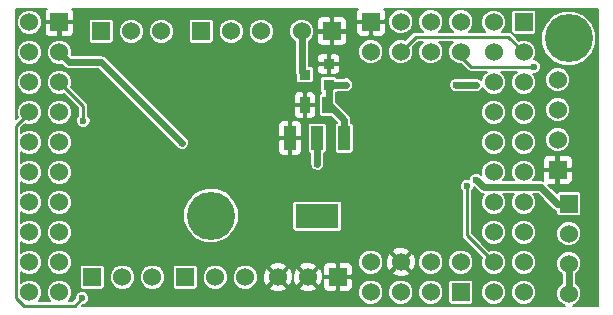
<source format=gbl>
G04 (created by PCBNEW (2013-may-18)-stable) date Вс 07 июн 2015 12:30:23*
%MOIN*%
G04 Gerber Fmt 3.4, Leading zero omitted, Abs format*
%FSLAX34Y34*%
G01*
G70*
G90*
G04 APERTURE LIST*
%ADD10C,0.00590551*%
%ADD11R,0.036X0.036*%
%ADD12R,0.144X0.08*%
%ADD13R,0.04X0.08*%
%ADD14R,0.035X0.055*%
%ADD15R,0.06X0.06*%
%ADD16C,0.06*%
%ADD17C,0.16*%
%ADD18C,0.023622*%
%ADD19C,0.023622*%
%ADD20C,0.01*%
%ADD21C,0.00787402*%
G04 APERTURE END LIST*
G54D10*
G54D11*
X35262Y-20842D03*
X35262Y-20142D03*
X34462Y-20492D03*
G54D12*
X34881Y-25217D03*
G54D13*
X34881Y-22617D03*
X35781Y-22617D03*
X33981Y-22617D03*
G54D14*
X35217Y-21515D03*
X34467Y-21515D03*
G54D15*
X39669Y-27744D03*
G54D16*
X39669Y-26744D03*
X38669Y-27744D03*
X38669Y-26744D03*
X37669Y-27744D03*
X37669Y-26744D03*
X36669Y-27744D03*
X36669Y-26744D03*
G54D15*
X36669Y-18732D03*
G54D16*
X36669Y-19732D03*
X37669Y-18732D03*
X37669Y-19732D03*
X38669Y-18732D03*
X38669Y-19732D03*
X39669Y-18732D03*
X39669Y-19732D03*
G54D15*
X43267Y-24799D03*
G54D16*
X43267Y-25799D03*
X43267Y-26799D03*
X43267Y-27799D03*
G54D15*
X42893Y-23665D03*
G54D16*
X42893Y-22665D03*
X42893Y-21665D03*
X42893Y-20665D03*
G54D15*
X31007Y-19055D03*
G54D16*
X32007Y-19055D03*
X33007Y-19055D03*
G54D15*
X35566Y-27244D03*
G54D16*
X34566Y-27244D03*
X33566Y-27244D03*
G54D15*
X27385Y-27244D03*
G54D16*
X28385Y-27244D03*
X29385Y-27244D03*
G54D15*
X27681Y-19055D03*
G54D16*
X28681Y-19055D03*
X29681Y-19055D03*
G54D15*
X30476Y-27244D03*
G54D16*
X31476Y-27244D03*
X32476Y-27244D03*
G54D15*
X35362Y-19055D03*
G54D16*
X34362Y-19055D03*
G54D15*
X41759Y-18751D03*
G54D16*
X40759Y-18751D03*
X41759Y-19751D03*
X40759Y-19751D03*
X41759Y-20751D03*
X40759Y-20751D03*
X41759Y-21751D03*
X40759Y-21751D03*
X41759Y-22751D03*
X40759Y-22751D03*
X41759Y-23751D03*
X40759Y-23751D03*
X41759Y-24751D03*
X40759Y-24751D03*
X41759Y-25751D03*
X40759Y-25751D03*
X41759Y-26751D03*
X40759Y-26751D03*
X41759Y-27751D03*
X40759Y-27751D03*
G54D15*
X26287Y-18751D03*
G54D16*
X25287Y-18751D03*
X26287Y-19751D03*
X25287Y-19751D03*
X26287Y-20751D03*
X25287Y-20751D03*
X26287Y-21751D03*
X25287Y-21751D03*
X26287Y-22751D03*
X25287Y-22751D03*
X26287Y-23751D03*
X25287Y-23751D03*
X26287Y-24751D03*
X25287Y-24751D03*
X26287Y-25751D03*
X25287Y-25751D03*
X26287Y-26751D03*
X25287Y-26751D03*
X26287Y-27751D03*
X25287Y-27751D03*
G54D17*
X43267Y-19291D03*
X31338Y-25196D03*
G54D18*
X34881Y-23464D03*
X30374Y-22775D03*
X33070Y-25748D03*
X38661Y-25511D03*
X37677Y-21732D03*
X38818Y-22362D03*
X36338Y-21496D03*
X29409Y-24488D03*
X27716Y-25472D03*
X26968Y-24330D03*
X27637Y-20905D03*
X28818Y-22401D03*
X30748Y-21141D03*
X30511Y-21771D03*
X27047Y-27952D03*
X42106Y-20226D03*
X39862Y-24212D03*
X27086Y-22027D03*
X39507Y-20846D03*
X40167Y-20846D03*
X40177Y-23996D03*
X35846Y-20826D03*
G54D19*
X34881Y-23464D02*
X34881Y-22617D01*
X26614Y-20078D02*
X26287Y-19751D01*
X27677Y-20078D02*
X26614Y-20078D01*
X30374Y-22775D02*
X27677Y-20078D01*
X37007Y-21732D02*
X37007Y-23858D01*
X37007Y-23858D02*
X38661Y-25511D01*
X37677Y-21732D02*
X37007Y-21732D01*
X37007Y-21732D02*
X36574Y-21732D01*
X36574Y-21732D02*
X36338Y-21496D01*
G54D20*
X25287Y-21751D02*
X25287Y-21759D01*
X26791Y-28208D02*
X27047Y-27952D01*
X25098Y-28208D02*
X26791Y-28208D01*
X24842Y-27952D02*
X25098Y-28208D01*
X24842Y-22204D02*
X24842Y-27952D01*
X25287Y-21759D02*
X24842Y-22204D01*
G54D19*
X34362Y-19055D02*
X34362Y-20392D01*
X34362Y-20392D02*
X34462Y-20492D01*
G54D20*
X39669Y-19905D02*
X39669Y-19732D01*
X39990Y-20226D02*
X39669Y-19905D01*
X40462Y-20226D02*
X39990Y-20226D01*
X42106Y-20226D02*
X40462Y-20226D01*
X40759Y-26751D02*
X40759Y-26744D01*
X39862Y-25846D02*
X39862Y-24212D01*
X40759Y-26744D02*
X39862Y-25846D01*
X37669Y-19732D02*
X38169Y-19232D01*
X41240Y-19232D02*
X41759Y-19751D01*
X38169Y-19232D02*
X41240Y-19232D01*
X26287Y-20751D02*
X26287Y-20755D01*
X27086Y-21555D02*
X27086Y-22027D01*
X26287Y-20755D02*
X27086Y-21555D01*
G54D19*
X43267Y-26799D02*
X43267Y-27799D01*
X43267Y-24799D02*
X42870Y-24799D01*
X40167Y-20846D02*
X39507Y-20846D01*
X40433Y-24251D02*
X40177Y-23996D01*
X42322Y-24251D02*
X40433Y-24251D01*
X42870Y-24799D02*
X42322Y-24251D01*
X35262Y-20842D02*
X35831Y-20842D01*
X35831Y-20842D02*
X35846Y-20826D01*
X35217Y-21515D02*
X35295Y-21515D01*
X35781Y-22002D02*
X35781Y-22617D01*
X35295Y-21515D02*
X35781Y-22002D01*
X35262Y-20842D02*
X35262Y-21471D01*
X35262Y-21471D02*
X35217Y-21515D01*
G54D10*
G36*
X44222Y-28198D02*
X44185Y-28198D01*
X44185Y-19109D01*
X44046Y-18771D01*
X43788Y-18513D01*
X43451Y-18373D01*
X43085Y-18373D01*
X42748Y-18512D01*
X42489Y-18770D01*
X42349Y-19107D01*
X42349Y-19473D01*
X42488Y-19810D01*
X42746Y-20069D01*
X43084Y-20209D01*
X43449Y-20209D01*
X43787Y-20070D01*
X44045Y-19812D01*
X44185Y-19474D01*
X44185Y-19109D01*
X44185Y-28198D01*
X43395Y-28198D01*
X43504Y-28153D01*
X43621Y-28036D01*
X43685Y-27882D01*
X43685Y-27716D01*
X43622Y-27562D01*
X43504Y-27444D01*
X43503Y-27444D01*
X43503Y-27154D01*
X43504Y-27153D01*
X43621Y-27036D01*
X43685Y-26882D01*
X43685Y-26716D01*
X43685Y-25716D01*
X43685Y-25716D01*
X43685Y-25075D01*
X43685Y-24475D01*
X43667Y-24432D01*
X43634Y-24399D01*
X43591Y-24381D01*
X43544Y-24381D01*
X43390Y-24381D01*
X43390Y-24004D01*
X43390Y-23326D01*
X43360Y-23253D01*
X43311Y-23205D01*
X43311Y-22582D01*
X43311Y-21582D01*
X43311Y-20582D01*
X43248Y-20428D01*
X43130Y-20311D01*
X42977Y-20247D01*
X42810Y-20247D01*
X42657Y-20310D01*
X42539Y-20428D01*
X42475Y-20581D01*
X42475Y-20748D01*
X42539Y-20901D01*
X42656Y-21019D01*
X42810Y-21083D01*
X42976Y-21083D01*
X43130Y-21020D01*
X43247Y-20902D01*
X43311Y-20748D01*
X43311Y-20582D01*
X43311Y-21582D01*
X43248Y-21428D01*
X43130Y-21311D01*
X42977Y-21247D01*
X42810Y-21247D01*
X42657Y-21310D01*
X42539Y-21428D01*
X42475Y-21581D01*
X42475Y-21748D01*
X42539Y-21901D01*
X42656Y-22019D01*
X42810Y-22083D01*
X42976Y-22083D01*
X43130Y-22020D01*
X43247Y-21902D01*
X43311Y-21748D01*
X43311Y-21582D01*
X43311Y-22582D01*
X43248Y-22428D01*
X43130Y-22311D01*
X42977Y-22247D01*
X42810Y-22247D01*
X42657Y-22310D01*
X42539Y-22428D01*
X42475Y-22581D01*
X42475Y-22748D01*
X42539Y-22901D01*
X42656Y-23019D01*
X42810Y-23083D01*
X42976Y-23083D01*
X43130Y-23020D01*
X43247Y-22902D01*
X43311Y-22748D01*
X43311Y-22582D01*
X43311Y-23205D01*
X43305Y-23198D01*
X43233Y-23168D01*
X43154Y-23168D01*
X42982Y-23168D01*
X42933Y-23217D01*
X42933Y-23625D01*
X43341Y-23625D01*
X43390Y-23576D01*
X43390Y-23326D01*
X43390Y-24004D01*
X43390Y-23753D01*
X43341Y-23704D01*
X42933Y-23704D01*
X42933Y-24112D01*
X42982Y-24162D01*
X43154Y-24162D01*
X43233Y-24162D01*
X43305Y-24132D01*
X43360Y-24076D01*
X43390Y-24004D01*
X43390Y-24381D01*
X42944Y-24381D01*
X42900Y-24399D01*
X42867Y-24432D01*
X42858Y-24453D01*
X42567Y-24162D01*
X42632Y-24162D01*
X42805Y-24162D01*
X42854Y-24112D01*
X42854Y-23704D01*
X42854Y-23625D01*
X42854Y-23217D01*
X42805Y-23168D01*
X42632Y-23168D01*
X42554Y-23168D01*
X42482Y-23198D01*
X42426Y-23253D01*
X42396Y-23326D01*
X42396Y-23576D01*
X42446Y-23625D01*
X42854Y-23625D01*
X42854Y-23704D01*
X42446Y-23704D01*
X42396Y-23753D01*
X42396Y-24004D01*
X42408Y-24032D01*
X42342Y-24019D01*
X42342Y-20179D01*
X42306Y-20092D01*
X42240Y-20026D01*
X42153Y-19990D01*
X42113Y-19990D01*
X42114Y-19989D01*
X42177Y-19835D01*
X42178Y-19669D01*
X42114Y-19515D01*
X41996Y-19397D01*
X41843Y-19333D01*
X41677Y-19333D01*
X41607Y-19362D01*
X41401Y-19155D01*
X41436Y-19170D01*
X41483Y-19170D01*
X42083Y-19170D01*
X42126Y-19152D01*
X42159Y-19118D01*
X42177Y-19075D01*
X42177Y-19028D01*
X42177Y-18428D01*
X42160Y-18385D01*
X42126Y-18351D01*
X42083Y-18333D01*
X42036Y-18333D01*
X41436Y-18333D01*
X41393Y-18351D01*
X41359Y-18384D01*
X41341Y-18428D01*
X41341Y-18475D01*
X41341Y-19075D01*
X41356Y-19111D01*
X41304Y-19076D01*
X41240Y-19064D01*
X41240Y-19064D01*
X41038Y-19064D01*
X41114Y-18989D01*
X41177Y-18835D01*
X41178Y-18669D01*
X41114Y-18515D01*
X40996Y-18397D01*
X40843Y-18333D01*
X40677Y-18333D01*
X40523Y-18397D01*
X40405Y-18514D01*
X40341Y-18668D01*
X40341Y-18834D01*
X40405Y-18988D01*
X40480Y-19064D01*
X39928Y-19064D01*
X40023Y-18969D01*
X40087Y-18815D01*
X40087Y-18649D01*
X40023Y-18495D01*
X39906Y-18378D01*
X39752Y-18314D01*
X39586Y-18314D01*
X39432Y-18377D01*
X39315Y-18495D01*
X39251Y-18648D01*
X39251Y-18815D01*
X39314Y-18968D01*
X39409Y-19064D01*
X38928Y-19064D01*
X39023Y-18969D01*
X39087Y-18815D01*
X39087Y-18649D01*
X39023Y-18495D01*
X38906Y-18378D01*
X38752Y-18314D01*
X38586Y-18314D01*
X38432Y-18377D01*
X38315Y-18495D01*
X38251Y-18648D01*
X38251Y-18815D01*
X38314Y-18968D01*
X38409Y-19064D01*
X38169Y-19064D01*
X38104Y-19076D01*
X38087Y-19088D01*
X38087Y-18649D01*
X38023Y-18495D01*
X37906Y-18378D01*
X37752Y-18314D01*
X37586Y-18314D01*
X37432Y-18377D01*
X37315Y-18495D01*
X37251Y-18648D01*
X37251Y-18815D01*
X37314Y-18968D01*
X37432Y-19086D01*
X37585Y-19150D01*
X37752Y-19150D01*
X37905Y-19086D01*
X38023Y-18969D01*
X38087Y-18815D01*
X38087Y-18649D01*
X38087Y-19088D01*
X38050Y-19113D01*
X38050Y-19113D01*
X37821Y-19342D01*
X37752Y-19314D01*
X37586Y-19314D01*
X37432Y-19377D01*
X37315Y-19495D01*
X37251Y-19648D01*
X37251Y-19815D01*
X37314Y-19968D01*
X37432Y-20086D01*
X37585Y-20150D01*
X37752Y-20150D01*
X37905Y-20086D01*
X38023Y-19969D01*
X38087Y-19815D01*
X38087Y-19649D01*
X38058Y-19580D01*
X38238Y-19400D01*
X38409Y-19400D01*
X38315Y-19495D01*
X38251Y-19648D01*
X38251Y-19815D01*
X38314Y-19968D01*
X38432Y-20086D01*
X38585Y-20150D01*
X38752Y-20150D01*
X38905Y-20086D01*
X39023Y-19969D01*
X39087Y-19815D01*
X39087Y-19649D01*
X39023Y-19495D01*
X38928Y-19400D01*
X39409Y-19400D01*
X39315Y-19495D01*
X39251Y-19648D01*
X39251Y-19815D01*
X39314Y-19968D01*
X39432Y-20086D01*
X39585Y-20150D01*
X39676Y-20150D01*
X39871Y-20345D01*
X39925Y-20381D01*
X39990Y-20394D01*
X39990Y-20394D01*
X39990Y-20394D01*
X40462Y-20394D01*
X40530Y-20394D01*
X40523Y-20397D01*
X40405Y-20514D01*
X40341Y-20668D01*
X40341Y-20686D01*
X40301Y-20646D01*
X40214Y-20610D01*
X40120Y-20610D01*
X40120Y-20610D01*
X39508Y-20610D01*
X39461Y-20610D01*
X39374Y-20646D01*
X39307Y-20712D01*
X39271Y-20799D01*
X39271Y-20893D01*
X39289Y-20936D01*
X39307Y-20980D01*
X39373Y-21046D01*
X39417Y-21064D01*
X39460Y-21082D01*
X39507Y-21082D01*
X39554Y-21082D01*
X39554Y-21082D01*
X40167Y-21082D01*
X40167Y-21082D01*
X40214Y-21082D01*
X40257Y-21064D01*
X40300Y-21046D01*
X40334Y-21013D01*
X40367Y-20980D01*
X40384Y-20938D01*
X40405Y-20988D01*
X40522Y-21106D01*
X40676Y-21170D01*
X40842Y-21170D01*
X40996Y-21106D01*
X41114Y-20989D01*
X41177Y-20835D01*
X41178Y-20669D01*
X41114Y-20515D01*
X40996Y-20397D01*
X40989Y-20394D01*
X41530Y-20394D01*
X41523Y-20397D01*
X41405Y-20514D01*
X41341Y-20668D01*
X41341Y-20834D01*
X41405Y-20988D01*
X41522Y-21106D01*
X41676Y-21170D01*
X41842Y-21170D01*
X41996Y-21106D01*
X42114Y-20989D01*
X42177Y-20835D01*
X42178Y-20669D01*
X42114Y-20515D01*
X42061Y-20462D01*
X42153Y-20462D01*
X42239Y-20426D01*
X42306Y-20360D01*
X42342Y-20273D01*
X42342Y-20179D01*
X42342Y-24019D01*
X42322Y-24015D01*
X42087Y-24015D01*
X42114Y-23989D01*
X42177Y-23835D01*
X42178Y-23669D01*
X42178Y-22669D01*
X42178Y-21669D01*
X42114Y-21515D01*
X41996Y-21397D01*
X41843Y-21333D01*
X41677Y-21333D01*
X41523Y-21397D01*
X41405Y-21514D01*
X41341Y-21668D01*
X41341Y-21834D01*
X41405Y-21988D01*
X41522Y-22106D01*
X41676Y-22170D01*
X41842Y-22170D01*
X41996Y-22106D01*
X42114Y-21989D01*
X42177Y-21835D01*
X42178Y-21669D01*
X42178Y-22669D01*
X42114Y-22515D01*
X41996Y-22397D01*
X41843Y-22333D01*
X41677Y-22333D01*
X41523Y-22397D01*
X41405Y-22514D01*
X41341Y-22668D01*
X41341Y-22834D01*
X41405Y-22988D01*
X41522Y-23106D01*
X41676Y-23170D01*
X41842Y-23170D01*
X41996Y-23106D01*
X42114Y-22989D01*
X42177Y-22835D01*
X42178Y-22669D01*
X42178Y-23669D01*
X42114Y-23515D01*
X41996Y-23397D01*
X41843Y-23333D01*
X41677Y-23333D01*
X41523Y-23397D01*
X41405Y-23514D01*
X41341Y-23668D01*
X41341Y-23834D01*
X41405Y-23988D01*
X41432Y-24015D01*
X41087Y-24015D01*
X41114Y-23989D01*
X41177Y-23835D01*
X41178Y-23669D01*
X41178Y-22669D01*
X41178Y-21669D01*
X41114Y-21515D01*
X40996Y-21397D01*
X40843Y-21333D01*
X40677Y-21333D01*
X40523Y-21397D01*
X40405Y-21514D01*
X40341Y-21668D01*
X40341Y-21834D01*
X40405Y-21988D01*
X40522Y-22106D01*
X40676Y-22170D01*
X40842Y-22170D01*
X40996Y-22106D01*
X41114Y-21989D01*
X41177Y-21835D01*
X41178Y-21669D01*
X41178Y-22669D01*
X41114Y-22515D01*
X40996Y-22397D01*
X40843Y-22333D01*
X40677Y-22333D01*
X40523Y-22397D01*
X40405Y-22514D01*
X40341Y-22668D01*
X40341Y-22834D01*
X40405Y-22988D01*
X40522Y-23106D01*
X40676Y-23170D01*
X40842Y-23170D01*
X40996Y-23106D01*
X41114Y-22989D01*
X41177Y-22835D01*
X41178Y-22669D01*
X41178Y-23669D01*
X41114Y-23515D01*
X40996Y-23397D01*
X40843Y-23333D01*
X40677Y-23333D01*
X40523Y-23397D01*
X40405Y-23514D01*
X40341Y-23668D01*
X40341Y-23826D01*
X40311Y-23795D01*
X40224Y-23759D01*
X40130Y-23759D01*
X40043Y-23795D01*
X39977Y-23862D01*
X39940Y-23948D01*
X39940Y-23989D01*
X39909Y-23976D01*
X39815Y-23976D01*
X39728Y-24012D01*
X39662Y-24078D01*
X39626Y-24165D01*
X39625Y-24259D01*
X39661Y-24346D01*
X39694Y-24378D01*
X39694Y-25846D01*
X39694Y-25846D01*
X39706Y-25910D01*
X39743Y-25965D01*
X40372Y-26594D01*
X40341Y-26668D01*
X40341Y-26834D01*
X40405Y-26988D01*
X40522Y-27106D01*
X40676Y-27170D01*
X40842Y-27170D01*
X40996Y-27106D01*
X41114Y-26989D01*
X41177Y-26835D01*
X41178Y-26669D01*
X41178Y-25669D01*
X41114Y-25515D01*
X40996Y-25397D01*
X40843Y-25333D01*
X40677Y-25333D01*
X40523Y-25397D01*
X40405Y-25514D01*
X40341Y-25668D01*
X40341Y-25834D01*
X40405Y-25988D01*
X40522Y-26106D01*
X40676Y-26170D01*
X40842Y-26170D01*
X40996Y-26106D01*
X41114Y-25989D01*
X41177Y-25835D01*
X41178Y-25669D01*
X41178Y-26669D01*
X41114Y-26515D01*
X40996Y-26397D01*
X40843Y-26333D01*
X40677Y-26333D01*
X40613Y-26360D01*
X40030Y-25776D01*
X40030Y-24378D01*
X40062Y-24346D01*
X40098Y-24259D01*
X40098Y-24251D01*
X40266Y-24419D01*
X40266Y-24419D01*
X40342Y-24470D01*
X40342Y-24470D01*
X40432Y-24488D01*
X40405Y-24514D01*
X40341Y-24668D01*
X40341Y-24834D01*
X40405Y-24988D01*
X40522Y-25106D01*
X40676Y-25170D01*
X40842Y-25170D01*
X40996Y-25106D01*
X41114Y-24989D01*
X41177Y-24835D01*
X41178Y-24669D01*
X41114Y-24515D01*
X41087Y-24488D01*
X41432Y-24488D01*
X41405Y-24514D01*
X41341Y-24668D01*
X41341Y-24834D01*
X41405Y-24988D01*
X41522Y-25106D01*
X41676Y-25170D01*
X41842Y-25170D01*
X41996Y-25106D01*
X42114Y-24989D01*
X42177Y-24835D01*
X42178Y-24669D01*
X42114Y-24515D01*
X42087Y-24488D01*
X42224Y-24488D01*
X42703Y-24966D01*
X42703Y-24966D01*
X42779Y-25017D01*
X42779Y-25017D01*
X42849Y-25031D01*
X42849Y-25122D01*
X42867Y-25166D01*
X42900Y-25199D01*
X42944Y-25217D01*
X42991Y-25217D01*
X43591Y-25217D01*
X43634Y-25199D01*
X43667Y-25166D01*
X43685Y-25122D01*
X43685Y-25075D01*
X43685Y-25716D01*
X43622Y-25562D01*
X43504Y-25444D01*
X43351Y-25381D01*
X43184Y-25381D01*
X43031Y-25444D01*
X42913Y-25562D01*
X42849Y-25715D01*
X42849Y-25882D01*
X42913Y-26035D01*
X43030Y-26153D01*
X43184Y-26217D01*
X43350Y-26217D01*
X43504Y-26153D01*
X43621Y-26036D01*
X43685Y-25882D01*
X43685Y-25716D01*
X43685Y-26716D01*
X43622Y-26562D01*
X43504Y-26444D01*
X43351Y-26381D01*
X43184Y-26381D01*
X43031Y-26444D01*
X42913Y-26562D01*
X42849Y-26715D01*
X42849Y-26882D01*
X42913Y-27035D01*
X43030Y-27153D01*
X43031Y-27153D01*
X43031Y-27444D01*
X43031Y-27444D01*
X42913Y-27562D01*
X42849Y-27715D01*
X42849Y-27882D01*
X42913Y-28035D01*
X43030Y-28153D01*
X43139Y-28198D01*
X42178Y-28198D01*
X42178Y-27669D01*
X42178Y-26669D01*
X42178Y-25669D01*
X42114Y-25515D01*
X41996Y-25397D01*
X41843Y-25333D01*
X41677Y-25333D01*
X41523Y-25397D01*
X41405Y-25514D01*
X41341Y-25668D01*
X41341Y-25834D01*
X41405Y-25988D01*
X41522Y-26106D01*
X41676Y-26170D01*
X41842Y-26170D01*
X41996Y-26106D01*
X42114Y-25989D01*
X42177Y-25835D01*
X42178Y-25669D01*
X42178Y-26669D01*
X42114Y-26515D01*
X41996Y-26397D01*
X41843Y-26333D01*
X41677Y-26333D01*
X41523Y-26397D01*
X41405Y-26514D01*
X41341Y-26668D01*
X41341Y-26834D01*
X41405Y-26988D01*
X41522Y-27106D01*
X41676Y-27170D01*
X41842Y-27170D01*
X41996Y-27106D01*
X42114Y-26989D01*
X42177Y-26835D01*
X42178Y-26669D01*
X42178Y-27669D01*
X42114Y-27515D01*
X41996Y-27397D01*
X41843Y-27333D01*
X41677Y-27333D01*
X41523Y-27397D01*
X41405Y-27514D01*
X41341Y-27668D01*
X41341Y-27834D01*
X41405Y-27988D01*
X41522Y-28106D01*
X41676Y-28170D01*
X41842Y-28170D01*
X41996Y-28106D01*
X42114Y-27989D01*
X42177Y-27835D01*
X42178Y-27669D01*
X42178Y-28198D01*
X41178Y-28198D01*
X41178Y-27669D01*
X41114Y-27515D01*
X40996Y-27397D01*
X40843Y-27333D01*
X40677Y-27333D01*
X40523Y-27397D01*
X40405Y-27514D01*
X40341Y-27668D01*
X40341Y-27834D01*
X40405Y-27988D01*
X40522Y-28106D01*
X40676Y-28170D01*
X40842Y-28170D01*
X40996Y-28106D01*
X41114Y-27989D01*
X41177Y-27835D01*
X41178Y-27669D01*
X41178Y-28198D01*
X40087Y-28198D01*
X40087Y-26661D01*
X40023Y-26507D01*
X39906Y-26389D01*
X39752Y-26326D01*
X39586Y-26325D01*
X39432Y-26389D01*
X39315Y-26506D01*
X39251Y-26660D01*
X39251Y-26826D01*
X39314Y-26980D01*
X39432Y-27098D01*
X39585Y-27162D01*
X39752Y-27162D01*
X39905Y-27098D01*
X40023Y-26981D01*
X40087Y-26827D01*
X40087Y-26661D01*
X40087Y-28198D01*
X40087Y-28198D01*
X40087Y-28020D01*
X40087Y-27420D01*
X40069Y-27377D01*
X40036Y-27344D01*
X39992Y-27326D01*
X39945Y-27325D01*
X39345Y-27325D01*
X39302Y-27343D01*
X39269Y-27377D01*
X39251Y-27420D01*
X39251Y-27467D01*
X39251Y-28067D01*
X39269Y-28110D01*
X39302Y-28144D01*
X39345Y-28162D01*
X39392Y-28162D01*
X39992Y-28162D01*
X40036Y-28144D01*
X40069Y-28111D01*
X40087Y-28067D01*
X40087Y-28020D01*
X40087Y-28198D01*
X39087Y-28198D01*
X39087Y-27661D01*
X39087Y-26661D01*
X39023Y-26507D01*
X38906Y-26389D01*
X38752Y-26326D01*
X38586Y-26325D01*
X38432Y-26389D01*
X38315Y-26506D01*
X38251Y-26660D01*
X38251Y-26826D01*
X38314Y-26980D01*
X38432Y-27098D01*
X38585Y-27162D01*
X38752Y-27162D01*
X38905Y-27098D01*
X39023Y-26981D01*
X39087Y-26827D01*
X39087Y-26661D01*
X39087Y-27661D01*
X39023Y-27507D01*
X38906Y-27389D01*
X38752Y-27326D01*
X38586Y-27325D01*
X38432Y-27389D01*
X38315Y-27506D01*
X38251Y-27660D01*
X38251Y-27826D01*
X38314Y-27980D01*
X38432Y-28098D01*
X38585Y-28162D01*
X38752Y-28162D01*
X38905Y-28098D01*
X39023Y-27981D01*
X39087Y-27827D01*
X39087Y-27661D01*
X39087Y-28198D01*
X38169Y-28198D01*
X38169Y-26823D01*
X38161Y-26626D01*
X38101Y-26479D01*
X38019Y-26449D01*
X37963Y-26505D01*
X37963Y-26394D01*
X37934Y-26312D01*
X37748Y-26243D01*
X37551Y-26251D01*
X37404Y-26312D01*
X37374Y-26394D01*
X37669Y-26688D01*
X37963Y-26394D01*
X37963Y-26505D01*
X37724Y-26744D01*
X38019Y-27038D01*
X38101Y-27009D01*
X38169Y-26823D01*
X38169Y-28198D01*
X38087Y-28198D01*
X38087Y-27661D01*
X38023Y-27507D01*
X37963Y-27447D01*
X37963Y-27094D01*
X37669Y-26799D01*
X37613Y-26855D01*
X37613Y-26744D01*
X37319Y-26449D01*
X37237Y-26479D01*
X37169Y-26664D01*
X37176Y-26861D01*
X37237Y-27009D01*
X37319Y-27038D01*
X37613Y-26744D01*
X37613Y-26855D01*
X37374Y-27094D01*
X37404Y-27175D01*
X37589Y-27244D01*
X37787Y-27236D01*
X37934Y-27175D01*
X37963Y-27094D01*
X37963Y-27447D01*
X37906Y-27389D01*
X37752Y-27326D01*
X37586Y-27325D01*
X37432Y-27389D01*
X37315Y-27506D01*
X37251Y-27660D01*
X37251Y-27826D01*
X37314Y-27980D01*
X37432Y-28098D01*
X37585Y-28162D01*
X37752Y-28162D01*
X37905Y-28098D01*
X38023Y-27981D01*
X38087Y-27827D01*
X38087Y-27661D01*
X38087Y-28198D01*
X37166Y-28198D01*
X37166Y-18993D01*
X37166Y-18820D01*
X37116Y-18771D01*
X36708Y-18771D01*
X36708Y-19179D01*
X36757Y-19229D01*
X37008Y-19229D01*
X37080Y-19199D01*
X37136Y-19143D01*
X37166Y-19071D01*
X37166Y-18993D01*
X37166Y-28198D01*
X37087Y-28198D01*
X37087Y-27661D01*
X37087Y-26661D01*
X37087Y-19649D01*
X37023Y-19495D01*
X36906Y-19378D01*
X36752Y-19314D01*
X36629Y-19314D01*
X36629Y-19179D01*
X36629Y-18771D01*
X36221Y-18771D01*
X36172Y-18820D01*
X36172Y-18993D01*
X36172Y-19071D01*
X36202Y-19143D01*
X36257Y-19199D01*
X36330Y-19229D01*
X36580Y-19229D01*
X36629Y-19179D01*
X36629Y-19314D01*
X36586Y-19314D01*
X36432Y-19377D01*
X36315Y-19495D01*
X36251Y-19648D01*
X36251Y-19815D01*
X36314Y-19968D01*
X36432Y-20086D01*
X36585Y-20150D01*
X36752Y-20150D01*
X36905Y-20086D01*
X37023Y-19969D01*
X37087Y-19815D01*
X37087Y-19649D01*
X37087Y-26661D01*
X37023Y-26507D01*
X36906Y-26389D01*
X36752Y-26326D01*
X36586Y-26325D01*
X36432Y-26389D01*
X36315Y-26506D01*
X36251Y-26660D01*
X36251Y-26826D01*
X36314Y-26980D01*
X36432Y-27098D01*
X36585Y-27162D01*
X36752Y-27162D01*
X36905Y-27098D01*
X37023Y-26981D01*
X37087Y-26827D01*
X37087Y-26661D01*
X37087Y-27661D01*
X37023Y-27507D01*
X36906Y-27389D01*
X36752Y-27326D01*
X36586Y-27325D01*
X36432Y-27389D01*
X36315Y-27506D01*
X36251Y-27660D01*
X36251Y-27826D01*
X36314Y-27980D01*
X36432Y-28098D01*
X36585Y-28162D01*
X36752Y-28162D01*
X36905Y-28098D01*
X37023Y-27981D01*
X37087Y-27827D01*
X37087Y-27661D01*
X37087Y-28198D01*
X36100Y-28198D01*
X36100Y-22993D01*
X36100Y-22193D01*
X36082Y-22150D01*
X36048Y-22117D01*
X36018Y-22104D01*
X36018Y-22002D01*
X36018Y-22002D01*
X36000Y-21911D01*
X36000Y-21911D01*
X35948Y-21835D01*
X35948Y-21835D01*
X35510Y-21397D01*
X35510Y-21217D01*
X35498Y-21187D01*
X35498Y-21126D01*
X35509Y-21122D01*
X35542Y-21089D01*
X35546Y-21078D01*
X35831Y-21078D01*
X35921Y-21060D01*
X35956Y-21036D01*
X35980Y-21027D01*
X35998Y-21009D01*
X35998Y-21009D01*
X36013Y-20994D01*
X36013Y-20993D01*
X36046Y-20960D01*
X36064Y-20917D01*
X36082Y-20873D01*
X36082Y-20826D01*
X36082Y-20779D01*
X36064Y-20736D01*
X36046Y-20693D01*
X35980Y-20626D01*
X35893Y-20590D01*
X35859Y-20590D01*
X35859Y-19316D01*
X35859Y-18794D01*
X35859Y-18715D01*
X35828Y-18643D01*
X35773Y-18588D01*
X35701Y-18558D01*
X35450Y-18558D01*
X35401Y-18607D01*
X35401Y-19015D01*
X35809Y-19015D01*
X35859Y-18966D01*
X35859Y-18794D01*
X35859Y-19316D01*
X35859Y-19143D01*
X35809Y-19094D01*
X35401Y-19094D01*
X35401Y-19502D01*
X35450Y-19551D01*
X35701Y-19552D01*
X35773Y-19522D01*
X35828Y-19466D01*
X35859Y-19394D01*
X35859Y-19316D01*
X35859Y-20590D01*
X35799Y-20590D01*
X35762Y-20605D01*
X35639Y-20605D01*
X35639Y-20361D01*
X35639Y-19923D01*
X35609Y-19850D01*
X35553Y-19795D01*
X35481Y-19765D01*
X35403Y-19765D01*
X35350Y-19765D01*
X35322Y-19793D01*
X35322Y-19502D01*
X35322Y-19094D01*
X35322Y-19015D01*
X35322Y-18607D01*
X35273Y-18558D01*
X35023Y-18558D01*
X34950Y-18588D01*
X34895Y-18643D01*
X34865Y-18715D01*
X34865Y-18794D01*
X34865Y-18966D01*
X34914Y-19015D01*
X35322Y-19015D01*
X35322Y-19094D01*
X34914Y-19094D01*
X34865Y-19143D01*
X34865Y-19316D01*
X34865Y-19394D01*
X34895Y-19466D01*
X34950Y-19522D01*
X35023Y-19552D01*
X35273Y-19551D01*
X35322Y-19502D01*
X35322Y-19793D01*
X35301Y-19814D01*
X35301Y-20102D01*
X35589Y-20102D01*
X35639Y-20053D01*
X35639Y-19923D01*
X35639Y-20361D01*
X35639Y-20230D01*
X35589Y-20181D01*
X35301Y-20181D01*
X35301Y-20469D01*
X35350Y-20518D01*
X35403Y-20519D01*
X35481Y-20518D01*
X35553Y-20488D01*
X35609Y-20433D01*
X35639Y-20361D01*
X35639Y-20605D01*
X35546Y-20605D01*
X35542Y-20595D01*
X35509Y-20562D01*
X35465Y-20544D01*
X35418Y-20543D01*
X35222Y-20543D01*
X35222Y-20469D01*
X35222Y-20181D01*
X35222Y-20102D01*
X35222Y-19814D01*
X35173Y-19765D01*
X35121Y-19765D01*
X35042Y-19765D01*
X34970Y-19795D01*
X34915Y-19850D01*
X34885Y-19923D01*
X34885Y-20053D01*
X34934Y-20102D01*
X35222Y-20102D01*
X35222Y-20181D01*
X34934Y-20181D01*
X34885Y-20230D01*
X34885Y-20361D01*
X34915Y-20433D01*
X34970Y-20488D01*
X35042Y-20518D01*
X35121Y-20519D01*
X35173Y-20518D01*
X35222Y-20469D01*
X35222Y-20543D01*
X35058Y-20543D01*
X35015Y-20561D01*
X34982Y-20595D01*
X34964Y-20638D01*
X34964Y-20685D01*
X34964Y-21045D01*
X34982Y-21088D01*
X35015Y-21122D01*
X35017Y-21123D01*
X34975Y-21140D01*
X34942Y-21173D01*
X34924Y-21217D01*
X34924Y-21264D01*
X34924Y-21814D01*
X34942Y-21857D01*
X34975Y-21890D01*
X35018Y-21908D01*
X35065Y-21908D01*
X35354Y-21908D01*
X35545Y-22100D01*
X35545Y-22104D01*
X35515Y-22117D01*
X35481Y-22150D01*
X35463Y-22193D01*
X35463Y-22240D01*
X35463Y-23040D01*
X35481Y-23084D01*
X35514Y-23117D01*
X35558Y-23135D01*
X35605Y-23135D01*
X36005Y-23135D01*
X36048Y-23117D01*
X36081Y-23084D01*
X36099Y-23040D01*
X36100Y-22993D01*
X36100Y-28198D01*
X36063Y-28198D01*
X36063Y-27505D01*
X36063Y-26983D01*
X36063Y-26904D01*
X36033Y-26832D01*
X35978Y-26777D01*
X35905Y-26747D01*
X35720Y-26747D01*
X35720Y-25593D01*
X35720Y-24793D01*
X35702Y-24750D01*
X35668Y-24717D01*
X35625Y-24699D01*
X35578Y-24699D01*
X35200Y-24699D01*
X35200Y-22993D01*
X35200Y-22193D01*
X35182Y-22150D01*
X35148Y-22117D01*
X35105Y-22099D01*
X35058Y-22099D01*
X34839Y-22099D01*
X34839Y-21751D01*
X34839Y-21279D01*
X34839Y-21201D01*
X34809Y-21129D01*
X34780Y-21100D01*
X34780Y-18972D01*
X34716Y-18818D01*
X34599Y-18700D01*
X34445Y-18637D01*
X34279Y-18636D01*
X34125Y-18700D01*
X34007Y-18817D01*
X33944Y-18971D01*
X33944Y-19137D01*
X34007Y-19291D01*
X34125Y-19409D01*
X34125Y-19409D01*
X34125Y-20392D01*
X34143Y-20482D01*
X34164Y-20512D01*
X34164Y-20695D01*
X34182Y-20738D01*
X34215Y-20772D01*
X34258Y-20790D01*
X34305Y-20790D01*
X34665Y-20790D01*
X34709Y-20772D01*
X34742Y-20739D01*
X34760Y-20695D01*
X34760Y-20648D01*
X34760Y-20288D01*
X34742Y-20245D01*
X34709Y-20212D01*
X34665Y-20194D01*
X34618Y-20193D01*
X34598Y-20193D01*
X34598Y-19409D01*
X34598Y-19409D01*
X34716Y-19292D01*
X34780Y-19138D01*
X34780Y-18972D01*
X34780Y-21100D01*
X34753Y-21073D01*
X34681Y-21043D01*
X34556Y-21043D01*
X34506Y-21093D01*
X34506Y-21476D01*
X34790Y-21476D01*
X34839Y-21427D01*
X34839Y-21279D01*
X34839Y-21751D01*
X34839Y-21604D01*
X34790Y-21555D01*
X34506Y-21555D01*
X34506Y-21938D01*
X34556Y-21987D01*
X34681Y-21987D01*
X34753Y-21957D01*
X34809Y-21902D01*
X34839Y-21830D01*
X34839Y-21751D01*
X34839Y-22099D01*
X34658Y-22099D01*
X34615Y-22117D01*
X34581Y-22150D01*
X34563Y-22193D01*
X34563Y-22240D01*
X34563Y-23040D01*
X34581Y-23084D01*
X34614Y-23117D01*
X34645Y-23130D01*
X34645Y-23464D01*
X34645Y-23511D01*
X34663Y-23554D01*
X34681Y-23598D01*
X34747Y-23664D01*
X34791Y-23682D01*
X34834Y-23700D01*
X34881Y-23700D01*
X34928Y-23700D01*
X34972Y-23682D01*
X35015Y-23664D01*
X35048Y-23631D01*
X35082Y-23598D01*
X35100Y-23554D01*
X35118Y-23511D01*
X35118Y-23464D01*
X35118Y-23417D01*
X35118Y-23417D01*
X35118Y-23130D01*
X35148Y-23117D01*
X35181Y-23084D01*
X35199Y-23040D01*
X35200Y-22993D01*
X35200Y-24699D01*
X34428Y-24699D01*
X34428Y-21938D01*
X34428Y-21555D01*
X34428Y-21476D01*
X34428Y-21093D01*
X34378Y-21043D01*
X34253Y-21043D01*
X34181Y-21073D01*
X34125Y-21129D01*
X34095Y-21201D01*
X34095Y-21279D01*
X34095Y-21427D01*
X34144Y-21476D01*
X34428Y-21476D01*
X34428Y-21555D01*
X34144Y-21555D01*
X34095Y-21604D01*
X34095Y-21751D01*
X34095Y-21830D01*
X34125Y-21902D01*
X34181Y-21957D01*
X34253Y-21987D01*
X34378Y-21987D01*
X34428Y-21938D01*
X34428Y-24699D01*
X34378Y-24699D01*
X34378Y-22978D01*
X34378Y-22256D01*
X34378Y-22177D01*
X34348Y-22105D01*
X34293Y-22050D01*
X34220Y-22020D01*
X34070Y-22020D01*
X34021Y-22069D01*
X34021Y-22577D01*
X34329Y-22577D01*
X34378Y-22528D01*
X34378Y-22256D01*
X34378Y-22978D01*
X34378Y-22705D01*
X34329Y-22656D01*
X34021Y-22656D01*
X34021Y-23164D01*
X34070Y-23214D01*
X34220Y-23214D01*
X34293Y-23184D01*
X34348Y-23128D01*
X34378Y-23056D01*
X34378Y-22978D01*
X34378Y-24699D01*
X34138Y-24699D01*
X34095Y-24717D01*
X34061Y-24750D01*
X34043Y-24793D01*
X34043Y-24840D01*
X34043Y-25640D01*
X34061Y-25684D01*
X34094Y-25717D01*
X34138Y-25735D01*
X34185Y-25735D01*
X35625Y-25735D01*
X35668Y-25717D01*
X35701Y-25684D01*
X35719Y-25640D01*
X35720Y-25593D01*
X35720Y-26747D01*
X35655Y-26747D01*
X35606Y-26796D01*
X35606Y-27204D01*
X36014Y-27204D01*
X36063Y-27155D01*
X36063Y-26983D01*
X36063Y-27505D01*
X36063Y-27332D01*
X36014Y-27283D01*
X35606Y-27283D01*
X35606Y-27691D01*
X35655Y-27740D01*
X35905Y-27740D01*
X35978Y-27711D01*
X36033Y-27655D01*
X36063Y-27583D01*
X36063Y-27505D01*
X36063Y-28198D01*
X35527Y-28198D01*
X35527Y-27691D01*
X35527Y-27283D01*
X35527Y-27204D01*
X35527Y-26796D01*
X35478Y-26747D01*
X35227Y-26747D01*
X35155Y-26777D01*
X35100Y-26832D01*
X35070Y-26904D01*
X35070Y-26983D01*
X35070Y-27155D01*
X35119Y-27204D01*
X35527Y-27204D01*
X35527Y-27283D01*
X35119Y-27283D01*
X35070Y-27332D01*
X35070Y-27505D01*
X35070Y-27583D01*
X35100Y-27655D01*
X35155Y-27711D01*
X35227Y-27740D01*
X35478Y-27740D01*
X35527Y-27691D01*
X35527Y-28198D01*
X35067Y-28198D01*
X35067Y-27323D01*
X35059Y-27126D01*
X34998Y-26979D01*
X34916Y-26949D01*
X34861Y-27005D01*
X34861Y-26894D01*
X34831Y-26812D01*
X34646Y-26743D01*
X34449Y-26751D01*
X34301Y-26812D01*
X34272Y-26894D01*
X34566Y-27188D01*
X34861Y-26894D01*
X34861Y-27005D01*
X34622Y-27244D01*
X34916Y-27538D01*
X34998Y-27509D01*
X35067Y-27323D01*
X35067Y-28198D01*
X34861Y-28198D01*
X34861Y-27594D01*
X34566Y-27299D01*
X34511Y-27355D01*
X34511Y-27244D01*
X34216Y-26949D01*
X34135Y-26979D01*
X34066Y-27164D01*
X34074Y-27361D01*
X34135Y-27509D01*
X34216Y-27538D01*
X34511Y-27244D01*
X34511Y-27355D01*
X34272Y-27594D01*
X34301Y-27675D01*
X34487Y-27744D01*
X34684Y-27736D01*
X34831Y-27675D01*
X34861Y-27594D01*
X34861Y-28198D01*
X34067Y-28198D01*
X34067Y-27323D01*
X34059Y-27126D01*
X33998Y-26979D01*
X33942Y-26958D01*
X33942Y-23164D01*
X33942Y-22656D01*
X33942Y-22577D01*
X33942Y-22069D01*
X33893Y-22020D01*
X33742Y-22020D01*
X33670Y-22050D01*
X33615Y-22105D01*
X33585Y-22177D01*
X33585Y-22256D01*
X33585Y-22528D01*
X33634Y-22577D01*
X33942Y-22577D01*
X33942Y-22656D01*
X33634Y-22656D01*
X33585Y-22705D01*
X33585Y-22978D01*
X33585Y-23056D01*
X33615Y-23128D01*
X33670Y-23184D01*
X33742Y-23214D01*
X33893Y-23214D01*
X33942Y-23164D01*
X33942Y-26958D01*
X33916Y-26949D01*
X33861Y-27005D01*
X33861Y-26894D01*
X33831Y-26812D01*
X33646Y-26743D01*
X33449Y-26751D01*
X33426Y-26760D01*
X33426Y-18972D01*
X33362Y-18818D01*
X33245Y-18700D01*
X33091Y-18637D01*
X32925Y-18636D01*
X32771Y-18700D01*
X32653Y-18817D01*
X32589Y-18971D01*
X32589Y-19137D01*
X32653Y-19291D01*
X32770Y-19409D01*
X32924Y-19473D01*
X33090Y-19473D01*
X33244Y-19409D01*
X33362Y-19292D01*
X33425Y-19138D01*
X33426Y-18972D01*
X33426Y-26760D01*
X33301Y-26812D01*
X33272Y-26894D01*
X33566Y-27188D01*
X33861Y-26894D01*
X33861Y-27005D01*
X33622Y-27244D01*
X33916Y-27538D01*
X33998Y-27509D01*
X34067Y-27323D01*
X34067Y-28198D01*
X33861Y-28198D01*
X33861Y-27594D01*
X33566Y-27299D01*
X33511Y-27355D01*
X33511Y-27244D01*
X33216Y-26949D01*
X33135Y-26979D01*
X33066Y-27164D01*
X33074Y-27361D01*
X33135Y-27509D01*
X33216Y-27538D01*
X33511Y-27244D01*
X33511Y-27355D01*
X33272Y-27594D01*
X33301Y-27675D01*
X33487Y-27744D01*
X33684Y-27736D01*
X33831Y-27675D01*
X33861Y-27594D01*
X33861Y-28198D01*
X32894Y-28198D01*
X32894Y-27161D01*
X32831Y-27007D01*
X32713Y-26889D01*
X32559Y-26826D01*
X32426Y-26825D01*
X32426Y-18972D01*
X32362Y-18818D01*
X32245Y-18700D01*
X32091Y-18637D01*
X31925Y-18636D01*
X31771Y-18700D01*
X31653Y-18817D01*
X31589Y-18971D01*
X31589Y-19137D01*
X31653Y-19291D01*
X31770Y-19409D01*
X31924Y-19473D01*
X32090Y-19473D01*
X32244Y-19409D01*
X32362Y-19292D01*
X32425Y-19138D01*
X32426Y-18972D01*
X32426Y-26825D01*
X32393Y-26825D01*
X32256Y-26882D01*
X32256Y-25015D01*
X32117Y-24677D01*
X31859Y-24418D01*
X31522Y-24278D01*
X31426Y-24278D01*
X31426Y-19331D01*
X31426Y-18731D01*
X31408Y-18688D01*
X31374Y-18655D01*
X31331Y-18637D01*
X31284Y-18636D01*
X30684Y-18636D01*
X30641Y-18654D01*
X30607Y-18688D01*
X30589Y-18731D01*
X30589Y-18778D01*
X30589Y-19378D01*
X30607Y-19421D01*
X30640Y-19455D01*
X30684Y-19473D01*
X30731Y-19473D01*
X31331Y-19473D01*
X31374Y-19455D01*
X31407Y-19422D01*
X31425Y-19378D01*
X31426Y-19331D01*
X31426Y-24278D01*
X31156Y-24278D01*
X30819Y-24418D01*
X30610Y-24626D01*
X30610Y-22728D01*
X30592Y-22685D01*
X30574Y-22641D01*
X30507Y-22575D01*
X30507Y-22575D01*
X30099Y-22166D01*
X30099Y-18972D01*
X30035Y-18818D01*
X29918Y-18700D01*
X29764Y-18637D01*
X29598Y-18636D01*
X29444Y-18700D01*
X29326Y-18817D01*
X29263Y-18971D01*
X29262Y-19137D01*
X29326Y-19291D01*
X29443Y-19409D01*
X29597Y-19473D01*
X29763Y-19473D01*
X29917Y-19409D01*
X30035Y-19292D01*
X30099Y-19138D01*
X30099Y-18972D01*
X30099Y-22166D01*
X29099Y-21166D01*
X29099Y-18972D01*
X29035Y-18818D01*
X28918Y-18700D01*
X28764Y-18637D01*
X28598Y-18636D01*
X28444Y-18700D01*
X28326Y-18817D01*
X28263Y-18971D01*
X28262Y-19137D01*
X28326Y-19291D01*
X28443Y-19409D01*
X28597Y-19473D01*
X28763Y-19473D01*
X28917Y-19409D01*
X29035Y-19292D01*
X29099Y-19138D01*
X29099Y-18972D01*
X29099Y-21166D01*
X28099Y-20166D01*
X28099Y-19331D01*
X28099Y-18731D01*
X28081Y-18688D01*
X28048Y-18655D01*
X28004Y-18637D01*
X27957Y-18636D01*
X27357Y-18636D01*
X27314Y-18654D01*
X27281Y-18688D01*
X27263Y-18731D01*
X27262Y-18778D01*
X27262Y-19378D01*
X27280Y-19421D01*
X27314Y-19455D01*
X27357Y-19473D01*
X27404Y-19473D01*
X28004Y-19473D01*
X28047Y-19455D01*
X28081Y-19422D01*
X28099Y-19378D01*
X28099Y-19331D01*
X28099Y-20166D01*
X27844Y-19911D01*
X27767Y-19860D01*
X27677Y-19842D01*
X26784Y-19842D01*
X26784Y-19090D01*
X26784Y-18840D01*
X26735Y-18791D01*
X26326Y-18791D01*
X26326Y-19199D01*
X26375Y-19248D01*
X26548Y-19248D01*
X26626Y-19248D01*
X26699Y-19218D01*
X26754Y-19163D01*
X26784Y-19090D01*
X26784Y-19842D01*
X26712Y-19842D01*
X26705Y-19835D01*
X26705Y-19835D01*
X26705Y-19669D01*
X26642Y-19515D01*
X26524Y-19397D01*
X26370Y-19333D01*
X26248Y-19333D01*
X26248Y-19199D01*
X26248Y-18791D01*
X25839Y-18791D01*
X25790Y-18840D01*
X25790Y-19090D01*
X25820Y-19163D01*
X25875Y-19218D01*
X25948Y-19248D01*
X26026Y-19248D01*
X26198Y-19248D01*
X26248Y-19199D01*
X26248Y-19333D01*
X26204Y-19333D01*
X26050Y-19397D01*
X25933Y-19514D01*
X25869Y-19668D01*
X25869Y-19834D01*
X25932Y-19988D01*
X26050Y-20106D01*
X26203Y-20170D01*
X26370Y-20170D01*
X26371Y-20169D01*
X26447Y-20245D01*
X26523Y-20296D01*
X26614Y-20314D01*
X27579Y-20314D01*
X30206Y-22942D01*
X30240Y-22975D01*
X30326Y-23011D01*
X30420Y-23011D01*
X30464Y-22993D01*
X30507Y-22975D01*
X30574Y-22909D01*
X30610Y-22822D01*
X30610Y-22728D01*
X30610Y-24626D01*
X30560Y-24676D01*
X30420Y-25013D01*
X30420Y-25378D01*
X30559Y-25716D01*
X30817Y-25974D01*
X31155Y-26114D01*
X31520Y-26115D01*
X31857Y-25975D01*
X32116Y-25717D01*
X32256Y-25380D01*
X32256Y-25015D01*
X32256Y-26882D01*
X32239Y-26889D01*
X32122Y-27006D01*
X32058Y-27160D01*
X32058Y-27326D01*
X32121Y-27480D01*
X32239Y-27598D01*
X32392Y-27662D01*
X32559Y-27662D01*
X32712Y-27598D01*
X32830Y-27481D01*
X32894Y-27327D01*
X32894Y-27161D01*
X32894Y-28198D01*
X31894Y-28198D01*
X31894Y-27161D01*
X31831Y-27007D01*
X31713Y-26889D01*
X31559Y-26826D01*
X31393Y-26825D01*
X31239Y-26889D01*
X31122Y-27006D01*
X31058Y-27160D01*
X31058Y-27326D01*
X31121Y-27480D01*
X31239Y-27598D01*
X31392Y-27662D01*
X31559Y-27662D01*
X31712Y-27598D01*
X31830Y-27481D01*
X31894Y-27327D01*
X31894Y-27161D01*
X31894Y-28198D01*
X30894Y-28198D01*
X30894Y-27520D01*
X30894Y-26920D01*
X30876Y-26877D01*
X30843Y-26844D01*
X30799Y-26826D01*
X30752Y-26825D01*
X30152Y-26825D01*
X30109Y-26843D01*
X30076Y-26877D01*
X30058Y-26920D01*
X30058Y-26967D01*
X30058Y-27567D01*
X30076Y-27610D01*
X30109Y-27644D01*
X30152Y-27662D01*
X30199Y-27662D01*
X30799Y-27662D01*
X30843Y-27644D01*
X30876Y-27611D01*
X30894Y-27567D01*
X30894Y-27520D01*
X30894Y-28198D01*
X29804Y-28198D01*
X29804Y-27161D01*
X29740Y-27007D01*
X29622Y-26889D01*
X29469Y-26826D01*
X29303Y-26825D01*
X29149Y-26889D01*
X29031Y-27006D01*
X28967Y-27160D01*
X28967Y-27326D01*
X29031Y-27480D01*
X29148Y-27598D01*
X29302Y-27662D01*
X29468Y-27662D01*
X29622Y-27598D01*
X29740Y-27481D01*
X29803Y-27327D01*
X29804Y-27161D01*
X29804Y-28198D01*
X28804Y-28198D01*
X28804Y-27161D01*
X28740Y-27007D01*
X28622Y-26889D01*
X28469Y-26826D01*
X28303Y-26825D01*
X28149Y-26889D01*
X28031Y-27006D01*
X27967Y-27160D01*
X27967Y-27326D01*
X28031Y-27480D01*
X28148Y-27598D01*
X28302Y-27662D01*
X28468Y-27662D01*
X28622Y-27598D01*
X28740Y-27481D01*
X28803Y-27327D01*
X28804Y-27161D01*
X28804Y-28198D01*
X27803Y-28198D01*
X27803Y-27520D01*
X27803Y-26920D01*
X27786Y-26877D01*
X27752Y-26844D01*
X27709Y-26826D01*
X27662Y-26825D01*
X27322Y-26825D01*
X27322Y-21980D01*
X27286Y-21893D01*
X27254Y-21861D01*
X27254Y-21555D01*
X27241Y-21490D01*
X27205Y-21436D01*
X27205Y-21436D01*
X26675Y-20906D01*
X26705Y-20835D01*
X26705Y-20669D01*
X26642Y-20515D01*
X26524Y-20397D01*
X26370Y-20333D01*
X26204Y-20333D01*
X26050Y-20397D01*
X25933Y-20514D01*
X25869Y-20668D01*
X25869Y-20834D01*
X25932Y-20988D01*
X26050Y-21106D01*
X26203Y-21170D01*
X26370Y-21170D01*
X26436Y-21142D01*
X26918Y-21624D01*
X26918Y-21861D01*
X26886Y-21893D01*
X26850Y-21980D01*
X26850Y-22074D01*
X26886Y-22161D01*
X26952Y-22227D01*
X27039Y-22263D01*
X27133Y-22263D01*
X27220Y-22227D01*
X27286Y-22161D01*
X27322Y-22074D01*
X27322Y-21980D01*
X27322Y-26825D01*
X27062Y-26825D01*
X27019Y-26843D01*
X26985Y-26877D01*
X26967Y-26920D01*
X26967Y-26967D01*
X26967Y-27567D01*
X26985Y-27610D01*
X27018Y-27644D01*
X27062Y-27662D01*
X27109Y-27662D01*
X27709Y-27662D01*
X27752Y-27644D01*
X27785Y-27611D01*
X27803Y-27567D01*
X27803Y-27520D01*
X27803Y-28198D01*
X27038Y-28198D01*
X27048Y-28188D01*
X27094Y-28189D01*
X27180Y-28153D01*
X27247Y-28086D01*
X27283Y-27999D01*
X27283Y-27905D01*
X27247Y-27819D01*
X27181Y-27752D01*
X27094Y-27716D01*
X27000Y-27716D01*
X26913Y-27752D01*
X26847Y-27818D01*
X26811Y-27905D01*
X26811Y-27951D01*
X26721Y-28040D01*
X26590Y-28040D01*
X26641Y-27989D01*
X26705Y-27835D01*
X26705Y-27669D01*
X26705Y-26669D01*
X26705Y-25669D01*
X26705Y-24669D01*
X26705Y-23669D01*
X26705Y-22669D01*
X26705Y-21669D01*
X26642Y-21515D01*
X26524Y-21397D01*
X26370Y-21333D01*
X26204Y-21333D01*
X26050Y-21397D01*
X25933Y-21514D01*
X25869Y-21668D01*
X25869Y-21834D01*
X25932Y-21988D01*
X26050Y-22106D01*
X26203Y-22170D01*
X26370Y-22170D01*
X26523Y-22106D01*
X26641Y-21989D01*
X26705Y-21835D01*
X26705Y-21669D01*
X26705Y-22669D01*
X26642Y-22515D01*
X26524Y-22397D01*
X26370Y-22333D01*
X26204Y-22333D01*
X26050Y-22397D01*
X25933Y-22514D01*
X25869Y-22668D01*
X25869Y-22834D01*
X25932Y-22988D01*
X26050Y-23106D01*
X26203Y-23170D01*
X26370Y-23170D01*
X26523Y-23106D01*
X26641Y-22989D01*
X26705Y-22835D01*
X26705Y-22669D01*
X26705Y-23669D01*
X26642Y-23515D01*
X26524Y-23397D01*
X26370Y-23333D01*
X26204Y-23333D01*
X26050Y-23397D01*
X25933Y-23514D01*
X25869Y-23668D01*
X25869Y-23834D01*
X25932Y-23988D01*
X26050Y-24106D01*
X26203Y-24170D01*
X26370Y-24170D01*
X26523Y-24106D01*
X26641Y-23989D01*
X26705Y-23835D01*
X26705Y-23669D01*
X26705Y-24669D01*
X26642Y-24515D01*
X26524Y-24397D01*
X26370Y-24333D01*
X26204Y-24333D01*
X26050Y-24397D01*
X25933Y-24514D01*
X25869Y-24668D01*
X25869Y-24834D01*
X25932Y-24988D01*
X26050Y-25106D01*
X26203Y-25170D01*
X26370Y-25170D01*
X26523Y-25106D01*
X26641Y-24989D01*
X26705Y-24835D01*
X26705Y-24669D01*
X26705Y-25669D01*
X26642Y-25515D01*
X26524Y-25397D01*
X26370Y-25333D01*
X26204Y-25333D01*
X26050Y-25397D01*
X25933Y-25514D01*
X25869Y-25668D01*
X25869Y-25834D01*
X25932Y-25988D01*
X26050Y-26106D01*
X26203Y-26170D01*
X26370Y-26170D01*
X26523Y-26106D01*
X26641Y-25989D01*
X26705Y-25835D01*
X26705Y-25669D01*
X26705Y-26669D01*
X26642Y-26515D01*
X26524Y-26397D01*
X26370Y-26333D01*
X26204Y-26333D01*
X26050Y-26397D01*
X25933Y-26514D01*
X25869Y-26668D01*
X25869Y-26834D01*
X25932Y-26988D01*
X26050Y-27106D01*
X26203Y-27170D01*
X26370Y-27170D01*
X26523Y-27106D01*
X26641Y-26989D01*
X26705Y-26835D01*
X26705Y-26669D01*
X26705Y-27669D01*
X26642Y-27515D01*
X26524Y-27397D01*
X26370Y-27333D01*
X26204Y-27333D01*
X26050Y-27397D01*
X25933Y-27514D01*
X25869Y-27668D01*
X25869Y-27834D01*
X25932Y-27988D01*
X25984Y-28040D01*
X25590Y-28040D01*
X25641Y-27989D01*
X25705Y-27835D01*
X25705Y-27669D01*
X25642Y-27515D01*
X25524Y-27397D01*
X25370Y-27333D01*
X25204Y-27333D01*
X25050Y-27397D01*
X25010Y-27437D01*
X25010Y-27066D01*
X25050Y-27106D01*
X25203Y-27170D01*
X25370Y-27170D01*
X25523Y-27106D01*
X25641Y-26989D01*
X25705Y-26835D01*
X25705Y-26669D01*
X25642Y-26515D01*
X25524Y-26397D01*
X25370Y-26333D01*
X25204Y-26333D01*
X25050Y-26397D01*
X25010Y-26437D01*
X25010Y-26066D01*
X25050Y-26106D01*
X25203Y-26170D01*
X25370Y-26170D01*
X25523Y-26106D01*
X25641Y-25989D01*
X25705Y-25835D01*
X25705Y-25669D01*
X25642Y-25515D01*
X25524Y-25397D01*
X25370Y-25333D01*
X25204Y-25333D01*
X25050Y-25397D01*
X25010Y-25437D01*
X25010Y-25066D01*
X25050Y-25106D01*
X25203Y-25170D01*
X25370Y-25170D01*
X25523Y-25106D01*
X25641Y-24989D01*
X25705Y-24835D01*
X25705Y-24669D01*
X25642Y-24515D01*
X25524Y-24397D01*
X25370Y-24333D01*
X25204Y-24333D01*
X25050Y-24397D01*
X25010Y-24437D01*
X25010Y-24066D01*
X25050Y-24106D01*
X25203Y-24170D01*
X25370Y-24170D01*
X25523Y-24106D01*
X25641Y-23989D01*
X25705Y-23835D01*
X25705Y-23669D01*
X25642Y-23515D01*
X25524Y-23397D01*
X25370Y-23333D01*
X25204Y-23333D01*
X25050Y-23397D01*
X25010Y-23437D01*
X25010Y-23066D01*
X25050Y-23106D01*
X25203Y-23170D01*
X25370Y-23170D01*
X25523Y-23106D01*
X25641Y-22989D01*
X25705Y-22835D01*
X25705Y-22669D01*
X25642Y-22515D01*
X25524Y-22397D01*
X25370Y-22333D01*
X25204Y-22333D01*
X25050Y-22397D01*
X25010Y-22437D01*
X25010Y-22274D01*
X25141Y-22143D01*
X25203Y-22170D01*
X25370Y-22170D01*
X25523Y-22106D01*
X25641Y-21989D01*
X25705Y-21835D01*
X25705Y-21669D01*
X25705Y-20669D01*
X25705Y-19669D01*
X25705Y-18669D01*
X25642Y-18515D01*
X25524Y-18397D01*
X25370Y-18333D01*
X25204Y-18333D01*
X25050Y-18397D01*
X24933Y-18514D01*
X24869Y-18668D01*
X24869Y-18834D01*
X24932Y-18988D01*
X25050Y-19106D01*
X25203Y-19170D01*
X25370Y-19170D01*
X25523Y-19106D01*
X25641Y-18989D01*
X25705Y-18835D01*
X25705Y-18669D01*
X25705Y-19669D01*
X25642Y-19515D01*
X25524Y-19397D01*
X25370Y-19333D01*
X25204Y-19333D01*
X25050Y-19397D01*
X24933Y-19514D01*
X24869Y-19668D01*
X24869Y-19834D01*
X24932Y-19988D01*
X25050Y-20106D01*
X25203Y-20170D01*
X25370Y-20170D01*
X25523Y-20106D01*
X25641Y-19989D01*
X25705Y-19835D01*
X25705Y-19669D01*
X25705Y-20669D01*
X25642Y-20515D01*
X25524Y-20397D01*
X25370Y-20333D01*
X25204Y-20333D01*
X25050Y-20397D01*
X24933Y-20514D01*
X24869Y-20668D01*
X24869Y-20834D01*
X24932Y-20988D01*
X25050Y-21106D01*
X25203Y-21170D01*
X25370Y-21170D01*
X25523Y-21106D01*
X25641Y-20989D01*
X25705Y-20835D01*
X25705Y-20669D01*
X25705Y-21669D01*
X25642Y-21515D01*
X25524Y-21397D01*
X25370Y-21333D01*
X25204Y-21333D01*
X25050Y-21397D01*
X24933Y-21514D01*
X24869Y-21668D01*
X24869Y-21834D01*
X24900Y-21909D01*
X24832Y-21976D01*
X24832Y-18297D01*
X25863Y-18297D01*
X25820Y-18340D01*
X25790Y-18412D01*
X25790Y-18663D01*
X25839Y-18712D01*
X26248Y-18712D01*
X26248Y-18704D01*
X26326Y-18704D01*
X26326Y-18712D01*
X26735Y-18712D01*
X26784Y-18663D01*
X26784Y-18412D01*
X26754Y-18340D01*
X26711Y-18297D01*
X36225Y-18297D01*
X36202Y-18320D01*
X36172Y-18392D01*
X36172Y-18471D01*
X36172Y-18643D01*
X36221Y-18692D01*
X36629Y-18692D01*
X36629Y-18685D01*
X36708Y-18685D01*
X36708Y-18692D01*
X37116Y-18692D01*
X37166Y-18643D01*
X37166Y-18471D01*
X37166Y-18392D01*
X37136Y-18320D01*
X37112Y-18297D01*
X44222Y-18297D01*
X44222Y-28198D01*
X44222Y-28198D01*
G37*
G54D21*
X44222Y-28198D02*
X44185Y-28198D01*
X44185Y-19109D01*
X44046Y-18771D01*
X43788Y-18513D01*
X43451Y-18373D01*
X43085Y-18373D01*
X42748Y-18512D01*
X42489Y-18770D01*
X42349Y-19107D01*
X42349Y-19473D01*
X42488Y-19810D01*
X42746Y-20069D01*
X43084Y-20209D01*
X43449Y-20209D01*
X43787Y-20070D01*
X44045Y-19812D01*
X44185Y-19474D01*
X44185Y-19109D01*
X44185Y-28198D01*
X43395Y-28198D01*
X43504Y-28153D01*
X43621Y-28036D01*
X43685Y-27882D01*
X43685Y-27716D01*
X43622Y-27562D01*
X43504Y-27444D01*
X43503Y-27444D01*
X43503Y-27154D01*
X43504Y-27153D01*
X43621Y-27036D01*
X43685Y-26882D01*
X43685Y-26716D01*
X43685Y-25716D01*
X43685Y-25716D01*
X43685Y-25075D01*
X43685Y-24475D01*
X43667Y-24432D01*
X43634Y-24399D01*
X43591Y-24381D01*
X43544Y-24381D01*
X43390Y-24381D01*
X43390Y-24004D01*
X43390Y-23326D01*
X43360Y-23253D01*
X43311Y-23205D01*
X43311Y-22582D01*
X43311Y-21582D01*
X43311Y-20582D01*
X43248Y-20428D01*
X43130Y-20311D01*
X42977Y-20247D01*
X42810Y-20247D01*
X42657Y-20310D01*
X42539Y-20428D01*
X42475Y-20581D01*
X42475Y-20748D01*
X42539Y-20901D01*
X42656Y-21019D01*
X42810Y-21083D01*
X42976Y-21083D01*
X43130Y-21020D01*
X43247Y-20902D01*
X43311Y-20748D01*
X43311Y-20582D01*
X43311Y-21582D01*
X43248Y-21428D01*
X43130Y-21311D01*
X42977Y-21247D01*
X42810Y-21247D01*
X42657Y-21310D01*
X42539Y-21428D01*
X42475Y-21581D01*
X42475Y-21748D01*
X42539Y-21901D01*
X42656Y-22019D01*
X42810Y-22083D01*
X42976Y-22083D01*
X43130Y-22020D01*
X43247Y-21902D01*
X43311Y-21748D01*
X43311Y-21582D01*
X43311Y-22582D01*
X43248Y-22428D01*
X43130Y-22311D01*
X42977Y-22247D01*
X42810Y-22247D01*
X42657Y-22310D01*
X42539Y-22428D01*
X42475Y-22581D01*
X42475Y-22748D01*
X42539Y-22901D01*
X42656Y-23019D01*
X42810Y-23083D01*
X42976Y-23083D01*
X43130Y-23020D01*
X43247Y-22902D01*
X43311Y-22748D01*
X43311Y-22582D01*
X43311Y-23205D01*
X43305Y-23198D01*
X43233Y-23168D01*
X43154Y-23168D01*
X42982Y-23168D01*
X42933Y-23217D01*
X42933Y-23625D01*
X43341Y-23625D01*
X43390Y-23576D01*
X43390Y-23326D01*
X43390Y-24004D01*
X43390Y-23753D01*
X43341Y-23704D01*
X42933Y-23704D01*
X42933Y-24112D01*
X42982Y-24162D01*
X43154Y-24162D01*
X43233Y-24162D01*
X43305Y-24132D01*
X43360Y-24076D01*
X43390Y-24004D01*
X43390Y-24381D01*
X42944Y-24381D01*
X42900Y-24399D01*
X42867Y-24432D01*
X42858Y-24453D01*
X42567Y-24162D01*
X42632Y-24162D01*
X42805Y-24162D01*
X42854Y-24112D01*
X42854Y-23704D01*
X42854Y-23625D01*
X42854Y-23217D01*
X42805Y-23168D01*
X42632Y-23168D01*
X42554Y-23168D01*
X42482Y-23198D01*
X42426Y-23253D01*
X42396Y-23326D01*
X42396Y-23576D01*
X42446Y-23625D01*
X42854Y-23625D01*
X42854Y-23704D01*
X42446Y-23704D01*
X42396Y-23753D01*
X42396Y-24004D01*
X42408Y-24032D01*
X42342Y-24019D01*
X42342Y-20179D01*
X42306Y-20092D01*
X42240Y-20026D01*
X42153Y-19990D01*
X42113Y-19990D01*
X42114Y-19989D01*
X42177Y-19835D01*
X42178Y-19669D01*
X42114Y-19515D01*
X41996Y-19397D01*
X41843Y-19333D01*
X41677Y-19333D01*
X41607Y-19362D01*
X41401Y-19155D01*
X41436Y-19170D01*
X41483Y-19170D01*
X42083Y-19170D01*
X42126Y-19152D01*
X42159Y-19118D01*
X42177Y-19075D01*
X42177Y-19028D01*
X42177Y-18428D01*
X42160Y-18385D01*
X42126Y-18351D01*
X42083Y-18333D01*
X42036Y-18333D01*
X41436Y-18333D01*
X41393Y-18351D01*
X41359Y-18384D01*
X41341Y-18428D01*
X41341Y-18475D01*
X41341Y-19075D01*
X41356Y-19111D01*
X41304Y-19076D01*
X41240Y-19064D01*
X41240Y-19064D01*
X41038Y-19064D01*
X41114Y-18989D01*
X41177Y-18835D01*
X41178Y-18669D01*
X41114Y-18515D01*
X40996Y-18397D01*
X40843Y-18333D01*
X40677Y-18333D01*
X40523Y-18397D01*
X40405Y-18514D01*
X40341Y-18668D01*
X40341Y-18834D01*
X40405Y-18988D01*
X40480Y-19064D01*
X39928Y-19064D01*
X40023Y-18969D01*
X40087Y-18815D01*
X40087Y-18649D01*
X40023Y-18495D01*
X39906Y-18378D01*
X39752Y-18314D01*
X39586Y-18314D01*
X39432Y-18377D01*
X39315Y-18495D01*
X39251Y-18648D01*
X39251Y-18815D01*
X39314Y-18968D01*
X39409Y-19064D01*
X38928Y-19064D01*
X39023Y-18969D01*
X39087Y-18815D01*
X39087Y-18649D01*
X39023Y-18495D01*
X38906Y-18378D01*
X38752Y-18314D01*
X38586Y-18314D01*
X38432Y-18377D01*
X38315Y-18495D01*
X38251Y-18648D01*
X38251Y-18815D01*
X38314Y-18968D01*
X38409Y-19064D01*
X38169Y-19064D01*
X38104Y-19076D01*
X38087Y-19088D01*
X38087Y-18649D01*
X38023Y-18495D01*
X37906Y-18378D01*
X37752Y-18314D01*
X37586Y-18314D01*
X37432Y-18377D01*
X37315Y-18495D01*
X37251Y-18648D01*
X37251Y-18815D01*
X37314Y-18968D01*
X37432Y-19086D01*
X37585Y-19150D01*
X37752Y-19150D01*
X37905Y-19086D01*
X38023Y-18969D01*
X38087Y-18815D01*
X38087Y-18649D01*
X38087Y-19088D01*
X38050Y-19113D01*
X38050Y-19113D01*
X37821Y-19342D01*
X37752Y-19314D01*
X37586Y-19314D01*
X37432Y-19377D01*
X37315Y-19495D01*
X37251Y-19648D01*
X37251Y-19815D01*
X37314Y-19968D01*
X37432Y-20086D01*
X37585Y-20150D01*
X37752Y-20150D01*
X37905Y-20086D01*
X38023Y-19969D01*
X38087Y-19815D01*
X38087Y-19649D01*
X38058Y-19580D01*
X38238Y-19400D01*
X38409Y-19400D01*
X38315Y-19495D01*
X38251Y-19648D01*
X38251Y-19815D01*
X38314Y-19968D01*
X38432Y-20086D01*
X38585Y-20150D01*
X38752Y-20150D01*
X38905Y-20086D01*
X39023Y-19969D01*
X39087Y-19815D01*
X39087Y-19649D01*
X39023Y-19495D01*
X38928Y-19400D01*
X39409Y-19400D01*
X39315Y-19495D01*
X39251Y-19648D01*
X39251Y-19815D01*
X39314Y-19968D01*
X39432Y-20086D01*
X39585Y-20150D01*
X39676Y-20150D01*
X39871Y-20345D01*
X39925Y-20381D01*
X39990Y-20394D01*
X39990Y-20394D01*
X39990Y-20394D01*
X40462Y-20394D01*
X40530Y-20394D01*
X40523Y-20397D01*
X40405Y-20514D01*
X40341Y-20668D01*
X40341Y-20686D01*
X40301Y-20646D01*
X40214Y-20610D01*
X40120Y-20610D01*
X40120Y-20610D01*
X39508Y-20610D01*
X39461Y-20610D01*
X39374Y-20646D01*
X39307Y-20712D01*
X39271Y-20799D01*
X39271Y-20893D01*
X39289Y-20936D01*
X39307Y-20980D01*
X39373Y-21046D01*
X39417Y-21064D01*
X39460Y-21082D01*
X39507Y-21082D01*
X39554Y-21082D01*
X39554Y-21082D01*
X40167Y-21082D01*
X40167Y-21082D01*
X40214Y-21082D01*
X40257Y-21064D01*
X40300Y-21046D01*
X40334Y-21013D01*
X40367Y-20980D01*
X40384Y-20938D01*
X40405Y-20988D01*
X40522Y-21106D01*
X40676Y-21170D01*
X40842Y-21170D01*
X40996Y-21106D01*
X41114Y-20989D01*
X41177Y-20835D01*
X41178Y-20669D01*
X41114Y-20515D01*
X40996Y-20397D01*
X40989Y-20394D01*
X41530Y-20394D01*
X41523Y-20397D01*
X41405Y-20514D01*
X41341Y-20668D01*
X41341Y-20834D01*
X41405Y-20988D01*
X41522Y-21106D01*
X41676Y-21170D01*
X41842Y-21170D01*
X41996Y-21106D01*
X42114Y-20989D01*
X42177Y-20835D01*
X42178Y-20669D01*
X42114Y-20515D01*
X42061Y-20462D01*
X42153Y-20462D01*
X42239Y-20426D01*
X42306Y-20360D01*
X42342Y-20273D01*
X42342Y-20179D01*
X42342Y-24019D01*
X42322Y-24015D01*
X42087Y-24015D01*
X42114Y-23989D01*
X42177Y-23835D01*
X42178Y-23669D01*
X42178Y-22669D01*
X42178Y-21669D01*
X42114Y-21515D01*
X41996Y-21397D01*
X41843Y-21333D01*
X41677Y-21333D01*
X41523Y-21397D01*
X41405Y-21514D01*
X41341Y-21668D01*
X41341Y-21834D01*
X41405Y-21988D01*
X41522Y-22106D01*
X41676Y-22170D01*
X41842Y-22170D01*
X41996Y-22106D01*
X42114Y-21989D01*
X42177Y-21835D01*
X42178Y-21669D01*
X42178Y-22669D01*
X42114Y-22515D01*
X41996Y-22397D01*
X41843Y-22333D01*
X41677Y-22333D01*
X41523Y-22397D01*
X41405Y-22514D01*
X41341Y-22668D01*
X41341Y-22834D01*
X41405Y-22988D01*
X41522Y-23106D01*
X41676Y-23170D01*
X41842Y-23170D01*
X41996Y-23106D01*
X42114Y-22989D01*
X42177Y-22835D01*
X42178Y-22669D01*
X42178Y-23669D01*
X42114Y-23515D01*
X41996Y-23397D01*
X41843Y-23333D01*
X41677Y-23333D01*
X41523Y-23397D01*
X41405Y-23514D01*
X41341Y-23668D01*
X41341Y-23834D01*
X41405Y-23988D01*
X41432Y-24015D01*
X41087Y-24015D01*
X41114Y-23989D01*
X41177Y-23835D01*
X41178Y-23669D01*
X41178Y-22669D01*
X41178Y-21669D01*
X41114Y-21515D01*
X40996Y-21397D01*
X40843Y-21333D01*
X40677Y-21333D01*
X40523Y-21397D01*
X40405Y-21514D01*
X40341Y-21668D01*
X40341Y-21834D01*
X40405Y-21988D01*
X40522Y-22106D01*
X40676Y-22170D01*
X40842Y-22170D01*
X40996Y-22106D01*
X41114Y-21989D01*
X41177Y-21835D01*
X41178Y-21669D01*
X41178Y-22669D01*
X41114Y-22515D01*
X40996Y-22397D01*
X40843Y-22333D01*
X40677Y-22333D01*
X40523Y-22397D01*
X40405Y-22514D01*
X40341Y-22668D01*
X40341Y-22834D01*
X40405Y-22988D01*
X40522Y-23106D01*
X40676Y-23170D01*
X40842Y-23170D01*
X40996Y-23106D01*
X41114Y-22989D01*
X41177Y-22835D01*
X41178Y-22669D01*
X41178Y-23669D01*
X41114Y-23515D01*
X40996Y-23397D01*
X40843Y-23333D01*
X40677Y-23333D01*
X40523Y-23397D01*
X40405Y-23514D01*
X40341Y-23668D01*
X40341Y-23826D01*
X40311Y-23795D01*
X40224Y-23759D01*
X40130Y-23759D01*
X40043Y-23795D01*
X39977Y-23862D01*
X39940Y-23948D01*
X39940Y-23989D01*
X39909Y-23976D01*
X39815Y-23976D01*
X39728Y-24012D01*
X39662Y-24078D01*
X39626Y-24165D01*
X39625Y-24259D01*
X39661Y-24346D01*
X39694Y-24378D01*
X39694Y-25846D01*
X39694Y-25846D01*
X39706Y-25910D01*
X39743Y-25965D01*
X40372Y-26594D01*
X40341Y-26668D01*
X40341Y-26834D01*
X40405Y-26988D01*
X40522Y-27106D01*
X40676Y-27170D01*
X40842Y-27170D01*
X40996Y-27106D01*
X41114Y-26989D01*
X41177Y-26835D01*
X41178Y-26669D01*
X41178Y-25669D01*
X41114Y-25515D01*
X40996Y-25397D01*
X40843Y-25333D01*
X40677Y-25333D01*
X40523Y-25397D01*
X40405Y-25514D01*
X40341Y-25668D01*
X40341Y-25834D01*
X40405Y-25988D01*
X40522Y-26106D01*
X40676Y-26170D01*
X40842Y-26170D01*
X40996Y-26106D01*
X41114Y-25989D01*
X41177Y-25835D01*
X41178Y-25669D01*
X41178Y-26669D01*
X41114Y-26515D01*
X40996Y-26397D01*
X40843Y-26333D01*
X40677Y-26333D01*
X40613Y-26360D01*
X40030Y-25776D01*
X40030Y-24378D01*
X40062Y-24346D01*
X40098Y-24259D01*
X40098Y-24251D01*
X40266Y-24419D01*
X40266Y-24419D01*
X40342Y-24470D01*
X40342Y-24470D01*
X40432Y-24488D01*
X40405Y-24514D01*
X40341Y-24668D01*
X40341Y-24834D01*
X40405Y-24988D01*
X40522Y-25106D01*
X40676Y-25170D01*
X40842Y-25170D01*
X40996Y-25106D01*
X41114Y-24989D01*
X41177Y-24835D01*
X41178Y-24669D01*
X41114Y-24515D01*
X41087Y-24488D01*
X41432Y-24488D01*
X41405Y-24514D01*
X41341Y-24668D01*
X41341Y-24834D01*
X41405Y-24988D01*
X41522Y-25106D01*
X41676Y-25170D01*
X41842Y-25170D01*
X41996Y-25106D01*
X42114Y-24989D01*
X42177Y-24835D01*
X42178Y-24669D01*
X42114Y-24515D01*
X42087Y-24488D01*
X42224Y-24488D01*
X42703Y-24966D01*
X42703Y-24966D01*
X42779Y-25017D01*
X42779Y-25017D01*
X42849Y-25031D01*
X42849Y-25122D01*
X42867Y-25166D01*
X42900Y-25199D01*
X42944Y-25217D01*
X42991Y-25217D01*
X43591Y-25217D01*
X43634Y-25199D01*
X43667Y-25166D01*
X43685Y-25122D01*
X43685Y-25075D01*
X43685Y-25716D01*
X43622Y-25562D01*
X43504Y-25444D01*
X43351Y-25381D01*
X43184Y-25381D01*
X43031Y-25444D01*
X42913Y-25562D01*
X42849Y-25715D01*
X42849Y-25882D01*
X42913Y-26035D01*
X43030Y-26153D01*
X43184Y-26217D01*
X43350Y-26217D01*
X43504Y-26153D01*
X43621Y-26036D01*
X43685Y-25882D01*
X43685Y-25716D01*
X43685Y-26716D01*
X43622Y-26562D01*
X43504Y-26444D01*
X43351Y-26381D01*
X43184Y-26381D01*
X43031Y-26444D01*
X42913Y-26562D01*
X42849Y-26715D01*
X42849Y-26882D01*
X42913Y-27035D01*
X43030Y-27153D01*
X43031Y-27153D01*
X43031Y-27444D01*
X43031Y-27444D01*
X42913Y-27562D01*
X42849Y-27715D01*
X42849Y-27882D01*
X42913Y-28035D01*
X43030Y-28153D01*
X43139Y-28198D01*
X42178Y-28198D01*
X42178Y-27669D01*
X42178Y-26669D01*
X42178Y-25669D01*
X42114Y-25515D01*
X41996Y-25397D01*
X41843Y-25333D01*
X41677Y-25333D01*
X41523Y-25397D01*
X41405Y-25514D01*
X41341Y-25668D01*
X41341Y-25834D01*
X41405Y-25988D01*
X41522Y-26106D01*
X41676Y-26170D01*
X41842Y-26170D01*
X41996Y-26106D01*
X42114Y-25989D01*
X42177Y-25835D01*
X42178Y-25669D01*
X42178Y-26669D01*
X42114Y-26515D01*
X41996Y-26397D01*
X41843Y-26333D01*
X41677Y-26333D01*
X41523Y-26397D01*
X41405Y-26514D01*
X41341Y-26668D01*
X41341Y-26834D01*
X41405Y-26988D01*
X41522Y-27106D01*
X41676Y-27170D01*
X41842Y-27170D01*
X41996Y-27106D01*
X42114Y-26989D01*
X42177Y-26835D01*
X42178Y-26669D01*
X42178Y-27669D01*
X42114Y-27515D01*
X41996Y-27397D01*
X41843Y-27333D01*
X41677Y-27333D01*
X41523Y-27397D01*
X41405Y-27514D01*
X41341Y-27668D01*
X41341Y-27834D01*
X41405Y-27988D01*
X41522Y-28106D01*
X41676Y-28170D01*
X41842Y-28170D01*
X41996Y-28106D01*
X42114Y-27989D01*
X42177Y-27835D01*
X42178Y-27669D01*
X42178Y-28198D01*
X41178Y-28198D01*
X41178Y-27669D01*
X41114Y-27515D01*
X40996Y-27397D01*
X40843Y-27333D01*
X40677Y-27333D01*
X40523Y-27397D01*
X40405Y-27514D01*
X40341Y-27668D01*
X40341Y-27834D01*
X40405Y-27988D01*
X40522Y-28106D01*
X40676Y-28170D01*
X40842Y-28170D01*
X40996Y-28106D01*
X41114Y-27989D01*
X41177Y-27835D01*
X41178Y-27669D01*
X41178Y-28198D01*
X40087Y-28198D01*
X40087Y-26661D01*
X40023Y-26507D01*
X39906Y-26389D01*
X39752Y-26326D01*
X39586Y-26325D01*
X39432Y-26389D01*
X39315Y-26506D01*
X39251Y-26660D01*
X39251Y-26826D01*
X39314Y-26980D01*
X39432Y-27098D01*
X39585Y-27162D01*
X39752Y-27162D01*
X39905Y-27098D01*
X40023Y-26981D01*
X40087Y-26827D01*
X40087Y-26661D01*
X40087Y-28198D01*
X40087Y-28198D01*
X40087Y-28020D01*
X40087Y-27420D01*
X40069Y-27377D01*
X40036Y-27344D01*
X39992Y-27326D01*
X39945Y-27325D01*
X39345Y-27325D01*
X39302Y-27343D01*
X39269Y-27377D01*
X39251Y-27420D01*
X39251Y-27467D01*
X39251Y-28067D01*
X39269Y-28110D01*
X39302Y-28144D01*
X39345Y-28162D01*
X39392Y-28162D01*
X39992Y-28162D01*
X40036Y-28144D01*
X40069Y-28111D01*
X40087Y-28067D01*
X40087Y-28020D01*
X40087Y-28198D01*
X39087Y-28198D01*
X39087Y-27661D01*
X39087Y-26661D01*
X39023Y-26507D01*
X38906Y-26389D01*
X38752Y-26326D01*
X38586Y-26325D01*
X38432Y-26389D01*
X38315Y-26506D01*
X38251Y-26660D01*
X38251Y-26826D01*
X38314Y-26980D01*
X38432Y-27098D01*
X38585Y-27162D01*
X38752Y-27162D01*
X38905Y-27098D01*
X39023Y-26981D01*
X39087Y-26827D01*
X39087Y-26661D01*
X39087Y-27661D01*
X39023Y-27507D01*
X38906Y-27389D01*
X38752Y-27326D01*
X38586Y-27325D01*
X38432Y-27389D01*
X38315Y-27506D01*
X38251Y-27660D01*
X38251Y-27826D01*
X38314Y-27980D01*
X38432Y-28098D01*
X38585Y-28162D01*
X38752Y-28162D01*
X38905Y-28098D01*
X39023Y-27981D01*
X39087Y-27827D01*
X39087Y-27661D01*
X39087Y-28198D01*
X38169Y-28198D01*
X38169Y-26823D01*
X38161Y-26626D01*
X38101Y-26479D01*
X38019Y-26449D01*
X37963Y-26505D01*
X37963Y-26394D01*
X37934Y-26312D01*
X37748Y-26243D01*
X37551Y-26251D01*
X37404Y-26312D01*
X37374Y-26394D01*
X37669Y-26688D01*
X37963Y-26394D01*
X37963Y-26505D01*
X37724Y-26744D01*
X38019Y-27038D01*
X38101Y-27009D01*
X38169Y-26823D01*
X38169Y-28198D01*
X38087Y-28198D01*
X38087Y-27661D01*
X38023Y-27507D01*
X37963Y-27447D01*
X37963Y-27094D01*
X37669Y-26799D01*
X37613Y-26855D01*
X37613Y-26744D01*
X37319Y-26449D01*
X37237Y-26479D01*
X37169Y-26664D01*
X37176Y-26861D01*
X37237Y-27009D01*
X37319Y-27038D01*
X37613Y-26744D01*
X37613Y-26855D01*
X37374Y-27094D01*
X37404Y-27175D01*
X37589Y-27244D01*
X37787Y-27236D01*
X37934Y-27175D01*
X37963Y-27094D01*
X37963Y-27447D01*
X37906Y-27389D01*
X37752Y-27326D01*
X37586Y-27325D01*
X37432Y-27389D01*
X37315Y-27506D01*
X37251Y-27660D01*
X37251Y-27826D01*
X37314Y-27980D01*
X37432Y-28098D01*
X37585Y-28162D01*
X37752Y-28162D01*
X37905Y-28098D01*
X38023Y-27981D01*
X38087Y-27827D01*
X38087Y-27661D01*
X38087Y-28198D01*
X37166Y-28198D01*
X37166Y-18993D01*
X37166Y-18820D01*
X37116Y-18771D01*
X36708Y-18771D01*
X36708Y-19179D01*
X36757Y-19229D01*
X37008Y-19229D01*
X37080Y-19199D01*
X37136Y-19143D01*
X37166Y-19071D01*
X37166Y-18993D01*
X37166Y-28198D01*
X37087Y-28198D01*
X37087Y-27661D01*
X37087Y-26661D01*
X37087Y-19649D01*
X37023Y-19495D01*
X36906Y-19378D01*
X36752Y-19314D01*
X36629Y-19314D01*
X36629Y-19179D01*
X36629Y-18771D01*
X36221Y-18771D01*
X36172Y-18820D01*
X36172Y-18993D01*
X36172Y-19071D01*
X36202Y-19143D01*
X36257Y-19199D01*
X36330Y-19229D01*
X36580Y-19229D01*
X36629Y-19179D01*
X36629Y-19314D01*
X36586Y-19314D01*
X36432Y-19377D01*
X36315Y-19495D01*
X36251Y-19648D01*
X36251Y-19815D01*
X36314Y-19968D01*
X36432Y-20086D01*
X36585Y-20150D01*
X36752Y-20150D01*
X36905Y-20086D01*
X37023Y-19969D01*
X37087Y-19815D01*
X37087Y-19649D01*
X37087Y-26661D01*
X37023Y-26507D01*
X36906Y-26389D01*
X36752Y-26326D01*
X36586Y-26325D01*
X36432Y-26389D01*
X36315Y-26506D01*
X36251Y-26660D01*
X36251Y-26826D01*
X36314Y-26980D01*
X36432Y-27098D01*
X36585Y-27162D01*
X36752Y-27162D01*
X36905Y-27098D01*
X37023Y-26981D01*
X37087Y-26827D01*
X37087Y-26661D01*
X37087Y-27661D01*
X37023Y-27507D01*
X36906Y-27389D01*
X36752Y-27326D01*
X36586Y-27325D01*
X36432Y-27389D01*
X36315Y-27506D01*
X36251Y-27660D01*
X36251Y-27826D01*
X36314Y-27980D01*
X36432Y-28098D01*
X36585Y-28162D01*
X36752Y-28162D01*
X36905Y-28098D01*
X37023Y-27981D01*
X37087Y-27827D01*
X37087Y-27661D01*
X37087Y-28198D01*
X36100Y-28198D01*
X36100Y-22993D01*
X36100Y-22193D01*
X36082Y-22150D01*
X36048Y-22117D01*
X36018Y-22104D01*
X36018Y-22002D01*
X36018Y-22002D01*
X36000Y-21911D01*
X36000Y-21911D01*
X35948Y-21835D01*
X35948Y-21835D01*
X35510Y-21397D01*
X35510Y-21217D01*
X35498Y-21187D01*
X35498Y-21126D01*
X35509Y-21122D01*
X35542Y-21089D01*
X35546Y-21078D01*
X35831Y-21078D01*
X35921Y-21060D01*
X35956Y-21036D01*
X35980Y-21027D01*
X35998Y-21009D01*
X35998Y-21009D01*
X36013Y-20994D01*
X36013Y-20993D01*
X36046Y-20960D01*
X36064Y-20917D01*
X36082Y-20873D01*
X36082Y-20826D01*
X36082Y-20779D01*
X36064Y-20736D01*
X36046Y-20693D01*
X35980Y-20626D01*
X35893Y-20590D01*
X35859Y-20590D01*
X35859Y-19316D01*
X35859Y-18794D01*
X35859Y-18715D01*
X35828Y-18643D01*
X35773Y-18588D01*
X35701Y-18558D01*
X35450Y-18558D01*
X35401Y-18607D01*
X35401Y-19015D01*
X35809Y-19015D01*
X35859Y-18966D01*
X35859Y-18794D01*
X35859Y-19316D01*
X35859Y-19143D01*
X35809Y-19094D01*
X35401Y-19094D01*
X35401Y-19502D01*
X35450Y-19551D01*
X35701Y-19552D01*
X35773Y-19522D01*
X35828Y-19466D01*
X35859Y-19394D01*
X35859Y-19316D01*
X35859Y-20590D01*
X35799Y-20590D01*
X35762Y-20605D01*
X35639Y-20605D01*
X35639Y-20361D01*
X35639Y-19923D01*
X35609Y-19850D01*
X35553Y-19795D01*
X35481Y-19765D01*
X35403Y-19765D01*
X35350Y-19765D01*
X35322Y-19793D01*
X35322Y-19502D01*
X35322Y-19094D01*
X35322Y-19015D01*
X35322Y-18607D01*
X35273Y-18558D01*
X35023Y-18558D01*
X34950Y-18588D01*
X34895Y-18643D01*
X34865Y-18715D01*
X34865Y-18794D01*
X34865Y-18966D01*
X34914Y-19015D01*
X35322Y-19015D01*
X35322Y-19094D01*
X34914Y-19094D01*
X34865Y-19143D01*
X34865Y-19316D01*
X34865Y-19394D01*
X34895Y-19466D01*
X34950Y-19522D01*
X35023Y-19552D01*
X35273Y-19551D01*
X35322Y-19502D01*
X35322Y-19793D01*
X35301Y-19814D01*
X35301Y-20102D01*
X35589Y-20102D01*
X35639Y-20053D01*
X35639Y-19923D01*
X35639Y-20361D01*
X35639Y-20230D01*
X35589Y-20181D01*
X35301Y-20181D01*
X35301Y-20469D01*
X35350Y-20518D01*
X35403Y-20519D01*
X35481Y-20518D01*
X35553Y-20488D01*
X35609Y-20433D01*
X35639Y-20361D01*
X35639Y-20605D01*
X35546Y-20605D01*
X35542Y-20595D01*
X35509Y-20562D01*
X35465Y-20544D01*
X35418Y-20543D01*
X35222Y-20543D01*
X35222Y-20469D01*
X35222Y-20181D01*
X35222Y-20102D01*
X35222Y-19814D01*
X35173Y-19765D01*
X35121Y-19765D01*
X35042Y-19765D01*
X34970Y-19795D01*
X34915Y-19850D01*
X34885Y-19923D01*
X34885Y-20053D01*
X34934Y-20102D01*
X35222Y-20102D01*
X35222Y-20181D01*
X34934Y-20181D01*
X34885Y-20230D01*
X34885Y-20361D01*
X34915Y-20433D01*
X34970Y-20488D01*
X35042Y-20518D01*
X35121Y-20519D01*
X35173Y-20518D01*
X35222Y-20469D01*
X35222Y-20543D01*
X35058Y-20543D01*
X35015Y-20561D01*
X34982Y-20595D01*
X34964Y-20638D01*
X34964Y-20685D01*
X34964Y-21045D01*
X34982Y-21088D01*
X35015Y-21122D01*
X35017Y-21123D01*
X34975Y-21140D01*
X34942Y-21173D01*
X34924Y-21217D01*
X34924Y-21264D01*
X34924Y-21814D01*
X34942Y-21857D01*
X34975Y-21890D01*
X35018Y-21908D01*
X35065Y-21908D01*
X35354Y-21908D01*
X35545Y-22100D01*
X35545Y-22104D01*
X35515Y-22117D01*
X35481Y-22150D01*
X35463Y-22193D01*
X35463Y-22240D01*
X35463Y-23040D01*
X35481Y-23084D01*
X35514Y-23117D01*
X35558Y-23135D01*
X35605Y-23135D01*
X36005Y-23135D01*
X36048Y-23117D01*
X36081Y-23084D01*
X36099Y-23040D01*
X36100Y-22993D01*
X36100Y-28198D01*
X36063Y-28198D01*
X36063Y-27505D01*
X36063Y-26983D01*
X36063Y-26904D01*
X36033Y-26832D01*
X35978Y-26777D01*
X35905Y-26747D01*
X35720Y-26747D01*
X35720Y-25593D01*
X35720Y-24793D01*
X35702Y-24750D01*
X35668Y-24717D01*
X35625Y-24699D01*
X35578Y-24699D01*
X35200Y-24699D01*
X35200Y-22993D01*
X35200Y-22193D01*
X35182Y-22150D01*
X35148Y-22117D01*
X35105Y-22099D01*
X35058Y-22099D01*
X34839Y-22099D01*
X34839Y-21751D01*
X34839Y-21279D01*
X34839Y-21201D01*
X34809Y-21129D01*
X34780Y-21100D01*
X34780Y-18972D01*
X34716Y-18818D01*
X34599Y-18700D01*
X34445Y-18637D01*
X34279Y-18636D01*
X34125Y-18700D01*
X34007Y-18817D01*
X33944Y-18971D01*
X33944Y-19137D01*
X34007Y-19291D01*
X34125Y-19409D01*
X34125Y-19409D01*
X34125Y-20392D01*
X34143Y-20482D01*
X34164Y-20512D01*
X34164Y-20695D01*
X34182Y-20738D01*
X34215Y-20772D01*
X34258Y-20790D01*
X34305Y-20790D01*
X34665Y-20790D01*
X34709Y-20772D01*
X34742Y-20739D01*
X34760Y-20695D01*
X34760Y-20648D01*
X34760Y-20288D01*
X34742Y-20245D01*
X34709Y-20212D01*
X34665Y-20194D01*
X34618Y-20193D01*
X34598Y-20193D01*
X34598Y-19409D01*
X34598Y-19409D01*
X34716Y-19292D01*
X34780Y-19138D01*
X34780Y-18972D01*
X34780Y-21100D01*
X34753Y-21073D01*
X34681Y-21043D01*
X34556Y-21043D01*
X34506Y-21093D01*
X34506Y-21476D01*
X34790Y-21476D01*
X34839Y-21427D01*
X34839Y-21279D01*
X34839Y-21751D01*
X34839Y-21604D01*
X34790Y-21555D01*
X34506Y-21555D01*
X34506Y-21938D01*
X34556Y-21987D01*
X34681Y-21987D01*
X34753Y-21957D01*
X34809Y-21902D01*
X34839Y-21830D01*
X34839Y-21751D01*
X34839Y-22099D01*
X34658Y-22099D01*
X34615Y-22117D01*
X34581Y-22150D01*
X34563Y-22193D01*
X34563Y-22240D01*
X34563Y-23040D01*
X34581Y-23084D01*
X34614Y-23117D01*
X34645Y-23130D01*
X34645Y-23464D01*
X34645Y-23511D01*
X34663Y-23554D01*
X34681Y-23598D01*
X34747Y-23664D01*
X34791Y-23682D01*
X34834Y-23700D01*
X34881Y-23700D01*
X34928Y-23700D01*
X34972Y-23682D01*
X35015Y-23664D01*
X35048Y-23631D01*
X35082Y-23598D01*
X35100Y-23554D01*
X35118Y-23511D01*
X35118Y-23464D01*
X35118Y-23417D01*
X35118Y-23417D01*
X35118Y-23130D01*
X35148Y-23117D01*
X35181Y-23084D01*
X35199Y-23040D01*
X35200Y-22993D01*
X35200Y-24699D01*
X34428Y-24699D01*
X34428Y-21938D01*
X34428Y-21555D01*
X34428Y-21476D01*
X34428Y-21093D01*
X34378Y-21043D01*
X34253Y-21043D01*
X34181Y-21073D01*
X34125Y-21129D01*
X34095Y-21201D01*
X34095Y-21279D01*
X34095Y-21427D01*
X34144Y-21476D01*
X34428Y-21476D01*
X34428Y-21555D01*
X34144Y-21555D01*
X34095Y-21604D01*
X34095Y-21751D01*
X34095Y-21830D01*
X34125Y-21902D01*
X34181Y-21957D01*
X34253Y-21987D01*
X34378Y-21987D01*
X34428Y-21938D01*
X34428Y-24699D01*
X34378Y-24699D01*
X34378Y-22978D01*
X34378Y-22256D01*
X34378Y-22177D01*
X34348Y-22105D01*
X34293Y-22050D01*
X34220Y-22020D01*
X34070Y-22020D01*
X34021Y-22069D01*
X34021Y-22577D01*
X34329Y-22577D01*
X34378Y-22528D01*
X34378Y-22256D01*
X34378Y-22978D01*
X34378Y-22705D01*
X34329Y-22656D01*
X34021Y-22656D01*
X34021Y-23164D01*
X34070Y-23214D01*
X34220Y-23214D01*
X34293Y-23184D01*
X34348Y-23128D01*
X34378Y-23056D01*
X34378Y-22978D01*
X34378Y-24699D01*
X34138Y-24699D01*
X34095Y-24717D01*
X34061Y-24750D01*
X34043Y-24793D01*
X34043Y-24840D01*
X34043Y-25640D01*
X34061Y-25684D01*
X34094Y-25717D01*
X34138Y-25735D01*
X34185Y-25735D01*
X35625Y-25735D01*
X35668Y-25717D01*
X35701Y-25684D01*
X35719Y-25640D01*
X35720Y-25593D01*
X35720Y-26747D01*
X35655Y-26747D01*
X35606Y-26796D01*
X35606Y-27204D01*
X36014Y-27204D01*
X36063Y-27155D01*
X36063Y-26983D01*
X36063Y-27505D01*
X36063Y-27332D01*
X36014Y-27283D01*
X35606Y-27283D01*
X35606Y-27691D01*
X35655Y-27740D01*
X35905Y-27740D01*
X35978Y-27711D01*
X36033Y-27655D01*
X36063Y-27583D01*
X36063Y-27505D01*
X36063Y-28198D01*
X35527Y-28198D01*
X35527Y-27691D01*
X35527Y-27283D01*
X35527Y-27204D01*
X35527Y-26796D01*
X35478Y-26747D01*
X35227Y-26747D01*
X35155Y-26777D01*
X35100Y-26832D01*
X35070Y-26904D01*
X35070Y-26983D01*
X35070Y-27155D01*
X35119Y-27204D01*
X35527Y-27204D01*
X35527Y-27283D01*
X35119Y-27283D01*
X35070Y-27332D01*
X35070Y-27505D01*
X35070Y-27583D01*
X35100Y-27655D01*
X35155Y-27711D01*
X35227Y-27740D01*
X35478Y-27740D01*
X35527Y-27691D01*
X35527Y-28198D01*
X35067Y-28198D01*
X35067Y-27323D01*
X35059Y-27126D01*
X34998Y-26979D01*
X34916Y-26949D01*
X34861Y-27005D01*
X34861Y-26894D01*
X34831Y-26812D01*
X34646Y-26743D01*
X34449Y-26751D01*
X34301Y-26812D01*
X34272Y-26894D01*
X34566Y-27188D01*
X34861Y-26894D01*
X34861Y-27005D01*
X34622Y-27244D01*
X34916Y-27538D01*
X34998Y-27509D01*
X35067Y-27323D01*
X35067Y-28198D01*
X34861Y-28198D01*
X34861Y-27594D01*
X34566Y-27299D01*
X34511Y-27355D01*
X34511Y-27244D01*
X34216Y-26949D01*
X34135Y-26979D01*
X34066Y-27164D01*
X34074Y-27361D01*
X34135Y-27509D01*
X34216Y-27538D01*
X34511Y-27244D01*
X34511Y-27355D01*
X34272Y-27594D01*
X34301Y-27675D01*
X34487Y-27744D01*
X34684Y-27736D01*
X34831Y-27675D01*
X34861Y-27594D01*
X34861Y-28198D01*
X34067Y-28198D01*
X34067Y-27323D01*
X34059Y-27126D01*
X33998Y-26979D01*
X33942Y-26958D01*
X33942Y-23164D01*
X33942Y-22656D01*
X33942Y-22577D01*
X33942Y-22069D01*
X33893Y-22020D01*
X33742Y-22020D01*
X33670Y-22050D01*
X33615Y-22105D01*
X33585Y-22177D01*
X33585Y-22256D01*
X33585Y-22528D01*
X33634Y-22577D01*
X33942Y-22577D01*
X33942Y-22656D01*
X33634Y-22656D01*
X33585Y-22705D01*
X33585Y-22978D01*
X33585Y-23056D01*
X33615Y-23128D01*
X33670Y-23184D01*
X33742Y-23214D01*
X33893Y-23214D01*
X33942Y-23164D01*
X33942Y-26958D01*
X33916Y-26949D01*
X33861Y-27005D01*
X33861Y-26894D01*
X33831Y-26812D01*
X33646Y-26743D01*
X33449Y-26751D01*
X33426Y-26760D01*
X33426Y-18972D01*
X33362Y-18818D01*
X33245Y-18700D01*
X33091Y-18637D01*
X32925Y-18636D01*
X32771Y-18700D01*
X32653Y-18817D01*
X32589Y-18971D01*
X32589Y-19137D01*
X32653Y-19291D01*
X32770Y-19409D01*
X32924Y-19473D01*
X33090Y-19473D01*
X33244Y-19409D01*
X33362Y-19292D01*
X33425Y-19138D01*
X33426Y-18972D01*
X33426Y-26760D01*
X33301Y-26812D01*
X33272Y-26894D01*
X33566Y-27188D01*
X33861Y-26894D01*
X33861Y-27005D01*
X33622Y-27244D01*
X33916Y-27538D01*
X33998Y-27509D01*
X34067Y-27323D01*
X34067Y-28198D01*
X33861Y-28198D01*
X33861Y-27594D01*
X33566Y-27299D01*
X33511Y-27355D01*
X33511Y-27244D01*
X33216Y-26949D01*
X33135Y-26979D01*
X33066Y-27164D01*
X33074Y-27361D01*
X33135Y-27509D01*
X33216Y-27538D01*
X33511Y-27244D01*
X33511Y-27355D01*
X33272Y-27594D01*
X33301Y-27675D01*
X33487Y-27744D01*
X33684Y-27736D01*
X33831Y-27675D01*
X33861Y-27594D01*
X33861Y-28198D01*
X32894Y-28198D01*
X32894Y-27161D01*
X32831Y-27007D01*
X32713Y-26889D01*
X32559Y-26826D01*
X32426Y-26825D01*
X32426Y-18972D01*
X32362Y-18818D01*
X32245Y-18700D01*
X32091Y-18637D01*
X31925Y-18636D01*
X31771Y-18700D01*
X31653Y-18817D01*
X31589Y-18971D01*
X31589Y-19137D01*
X31653Y-19291D01*
X31770Y-19409D01*
X31924Y-19473D01*
X32090Y-19473D01*
X32244Y-19409D01*
X32362Y-19292D01*
X32425Y-19138D01*
X32426Y-18972D01*
X32426Y-26825D01*
X32393Y-26825D01*
X32256Y-26882D01*
X32256Y-25015D01*
X32117Y-24677D01*
X31859Y-24418D01*
X31522Y-24278D01*
X31426Y-24278D01*
X31426Y-19331D01*
X31426Y-18731D01*
X31408Y-18688D01*
X31374Y-18655D01*
X31331Y-18637D01*
X31284Y-18636D01*
X30684Y-18636D01*
X30641Y-18654D01*
X30607Y-18688D01*
X30589Y-18731D01*
X30589Y-18778D01*
X30589Y-19378D01*
X30607Y-19421D01*
X30640Y-19455D01*
X30684Y-19473D01*
X30731Y-19473D01*
X31331Y-19473D01*
X31374Y-19455D01*
X31407Y-19422D01*
X31425Y-19378D01*
X31426Y-19331D01*
X31426Y-24278D01*
X31156Y-24278D01*
X30819Y-24418D01*
X30610Y-24626D01*
X30610Y-22728D01*
X30592Y-22685D01*
X30574Y-22641D01*
X30507Y-22575D01*
X30507Y-22575D01*
X30099Y-22166D01*
X30099Y-18972D01*
X30035Y-18818D01*
X29918Y-18700D01*
X29764Y-18637D01*
X29598Y-18636D01*
X29444Y-18700D01*
X29326Y-18817D01*
X29263Y-18971D01*
X29262Y-19137D01*
X29326Y-19291D01*
X29443Y-19409D01*
X29597Y-19473D01*
X29763Y-19473D01*
X29917Y-19409D01*
X30035Y-19292D01*
X30099Y-19138D01*
X30099Y-18972D01*
X30099Y-22166D01*
X29099Y-21166D01*
X29099Y-18972D01*
X29035Y-18818D01*
X28918Y-18700D01*
X28764Y-18637D01*
X28598Y-18636D01*
X28444Y-18700D01*
X28326Y-18817D01*
X28263Y-18971D01*
X28262Y-19137D01*
X28326Y-19291D01*
X28443Y-19409D01*
X28597Y-19473D01*
X28763Y-19473D01*
X28917Y-19409D01*
X29035Y-19292D01*
X29099Y-19138D01*
X29099Y-18972D01*
X29099Y-21166D01*
X28099Y-20166D01*
X28099Y-19331D01*
X28099Y-18731D01*
X28081Y-18688D01*
X28048Y-18655D01*
X28004Y-18637D01*
X27957Y-18636D01*
X27357Y-18636D01*
X27314Y-18654D01*
X27281Y-18688D01*
X27263Y-18731D01*
X27262Y-18778D01*
X27262Y-19378D01*
X27280Y-19421D01*
X27314Y-19455D01*
X27357Y-19473D01*
X27404Y-19473D01*
X28004Y-19473D01*
X28047Y-19455D01*
X28081Y-19422D01*
X28099Y-19378D01*
X28099Y-19331D01*
X28099Y-20166D01*
X27844Y-19911D01*
X27767Y-19860D01*
X27677Y-19842D01*
X26784Y-19842D01*
X26784Y-19090D01*
X26784Y-18840D01*
X26735Y-18791D01*
X26326Y-18791D01*
X26326Y-19199D01*
X26375Y-19248D01*
X26548Y-19248D01*
X26626Y-19248D01*
X26699Y-19218D01*
X26754Y-19163D01*
X26784Y-19090D01*
X26784Y-19842D01*
X26712Y-19842D01*
X26705Y-19835D01*
X26705Y-19835D01*
X26705Y-19669D01*
X26642Y-19515D01*
X26524Y-19397D01*
X26370Y-19333D01*
X26248Y-19333D01*
X26248Y-19199D01*
X26248Y-18791D01*
X25839Y-18791D01*
X25790Y-18840D01*
X25790Y-19090D01*
X25820Y-19163D01*
X25875Y-19218D01*
X25948Y-19248D01*
X26026Y-19248D01*
X26198Y-19248D01*
X26248Y-19199D01*
X26248Y-19333D01*
X26204Y-19333D01*
X26050Y-19397D01*
X25933Y-19514D01*
X25869Y-19668D01*
X25869Y-19834D01*
X25932Y-19988D01*
X26050Y-20106D01*
X26203Y-20170D01*
X26370Y-20170D01*
X26371Y-20169D01*
X26447Y-20245D01*
X26523Y-20296D01*
X26614Y-20314D01*
X27579Y-20314D01*
X30206Y-22942D01*
X30240Y-22975D01*
X30326Y-23011D01*
X30420Y-23011D01*
X30464Y-22993D01*
X30507Y-22975D01*
X30574Y-22909D01*
X30610Y-22822D01*
X30610Y-22728D01*
X30610Y-24626D01*
X30560Y-24676D01*
X30420Y-25013D01*
X30420Y-25378D01*
X30559Y-25716D01*
X30817Y-25974D01*
X31155Y-26114D01*
X31520Y-26115D01*
X31857Y-25975D01*
X32116Y-25717D01*
X32256Y-25380D01*
X32256Y-25015D01*
X32256Y-26882D01*
X32239Y-26889D01*
X32122Y-27006D01*
X32058Y-27160D01*
X32058Y-27326D01*
X32121Y-27480D01*
X32239Y-27598D01*
X32392Y-27662D01*
X32559Y-27662D01*
X32712Y-27598D01*
X32830Y-27481D01*
X32894Y-27327D01*
X32894Y-27161D01*
X32894Y-28198D01*
X31894Y-28198D01*
X31894Y-27161D01*
X31831Y-27007D01*
X31713Y-26889D01*
X31559Y-26826D01*
X31393Y-26825D01*
X31239Y-26889D01*
X31122Y-27006D01*
X31058Y-27160D01*
X31058Y-27326D01*
X31121Y-27480D01*
X31239Y-27598D01*
X31392Y-27662D01*
X31559Y-27662D01*
X31712Y-27598D01*
X31830Y-27481D01*
X31894Y-27327D01*
X31894Y-27161D01*
X31894Y-28198D01*
X30894Y-28198D01*
X30894Y-27520D01*
X30894Y-26920D01*
X30876Y-26877D01*
X30843Y-26844D01*
X30799Y-26826D01*
X30752Y-26825D01*
X30152Y-26825D01*
X30109Y-26843D01*
X30076Y-26877D01*
X30058Y-26920D01*
X30058Y-26967D01*
X30058Y-27567D01*
X30076Y-27610D01*
X30109Y-27644D01*
X30152Y-27662D01*
X30199Y-27662D01*
X30799Y-27662D01*
X30843Y-27644D01*
X30876Y-27611D01*
X30894Y-27567D01*
X30894Y-27520D01*
X30894Y-28198D01*
X29804Y-28198D01*
X29804Y-27161D01*
X29740Y-27007D01*
X29622Y-26889D01*
X29469Y-26826D01*
X29303Y-26825D01*
X29149Y-26889D01*
X29031Y-27006D01*
X28967Y-27160D01*
X28967Y-27326D01*
X29031Y-27480D01*
X29148Y-27598D01*
X29302Y-27662D01*
X29468Y-27662D01*
X29622Y-27598D01*
X29740Y-27481D01*
X29803Y-27327D01*
X29804Y-27161D01*
X29804Y-28198D01*
X28804Y-28198D01*
X28804Y-27161D01*
X28740Y-27007D01*
X28622Y-26889D01*
X28469Y-26826D01*
X28303Y-26825D01*
X28149Y-26889D01*
X28031Y-27006D01*
X27967Y-27160D01*
X27967Y-27326D01*
X28031Y-27480D01*
X28148Y-27598D01*
X28302Y-27662D01*
X28468Y-27662D01*
X28622Y-27598D01*
X28740Y-27481D01*
X28803Y-27327D01*
X28804Y-27161D01*
X28804Y-28198D01*
X27803Y-28198D01*
X27803Y-27520D01*
X27803Y-26920D01*
X27786Y-26877D01*
X27752Y-26844D01*
X27709Y-26826D01*
X27662Y-26825D01*
X27322Y-26825D01*
X27322Y-21980D01*
X27286Y-21893D01*
X27254Y-21861D01*
X27254Y-21555D01*
X27241Y-21490D01*
X27205Y-21436D01*
X27205Y-21436D01*
X26675Y-20906D01*
X26705Y-20835D01*
X26705Y-20669D01*
X26642Y-20515D01*
X26524Y-20397D01*
X26370Y-20333D01*
X26204Y-20333D01*
X26050Y-20397D01*
X25933Y-20514D01*
X25869Y-20668D01*
X25869Y-20834D01*
X25932Y-20988D01*
X26050Y-21106D01*
X26203Y-21170D01*
X26370Y-21170D01*
X26436Y-21142D01*
X26918Y-21624D01*
X26918Y-21861D01*
X26886Y-21893D01*
X26850Y-21980D01*
X26850Y-22074D01*
X26886Y-22161D01*
X26952Y-22227D01*
X27039Y-22263D01*
X27133Y-22263D01*
X27220Y-22227D01*
X27286Y-22161D01*
X27322Y-22074D01*
X27322Y-21980D01*
X27322Y-26825D01*
X27062Y-26825D01*
X27019Y-26843D01*
X26985Y-26877D01*
X26967Y-26920D01*
X26967Y-26967D01*
X26967Y-27567D01*
X26985Y-27610D01*
X27018Y-27644D01*
X27062Y-27662D01*
X27109Y-27662D01*
X27709Y-27662D01*
X27752Y-27644D01*
X27785Y-27611D01*
X27803Y-27567D01*
X27803Y-27520D01*
X27803Y-28198D01*
X27038Y-28198D01*
X27048Y-28188D01*
X27094Y-28189D01*
X27180Y-28153D01*
X27247Y-28086D01*
X27283Y-27999D01*
X27283Y-27905D01*
X27247Y-27819D01*
X27181Y-27752D01*
X27094Y-27716D01*
X27000Y-27716D01*
X26913Y-27752D01*
X26847Y-27818D01*
X26811Y-27905D01*
X26811Y-27951D01*
X26721Y-28040D01*
X26590Y-28040D01*
X26641Y-27989D01*
X26705Y-27835D01*
X26705Y-27669D01*
X26705Y-26669D01*
X26705Y-25669D01*
X26705Y-24669D01*
X26705Y-23669D01*
X26705Y-22669D01*
X26705Y-21669D01*
X26642Y-21515D01*
X26524Y-21397D01*
X26370Y-21333D01*
X26204Y-21333D01*
X26050Y-21397D01*
X25933Y-21514D01*
X25869Y-21668D01*
X25869Y-21834D01*
X25932Y-21988D01*
X26050Y-22106D01*
X26203Y-22170D01*
X26370Y-22170D01*
X26523Y-22106D01*
X26641Y-21989D01*
X26705Y-21835D01*
X26705Y-21669D01*
X26705Y-22669D01*
X26642Y-22515D01*
X26524Y-22397D01*
X26370Y-22333D01*
X26204Y-22333D01*
X26050Y-22397D01*
X25933Y-22514D01*
X25869Y-22668D01*
X25869Y-22834D01*
X25932Y-22988D01*
X26050Y-23106D01*
X26203Y-23170D01*
X26370Y-23170D01*
X26523Y-23106D01*
X26641Y-22989D01*
X26705Y-22835D01*
X26705Y-22669D01*
X26705Y-23669D01*
X26642Y-23515D01*
X26524Y-23397D01*
X26370Y-23333D01*
X26204Y-23333D01*
X26050Y-23397D01*
X25933Y-23514D01*
X25869Y-23668D01*
X25869Y-23834D01*
X25932Y-23988D01*
X26050Y-24106D01*
X26203Y-24170D01*
X26370Y-24170D01*
X26523Y-24106D01*
X26641Y-23989D01*
X26705Y-23835D01*
X26705Y-23669D01*
X26705Y-24669D01*
X26642Y-24515D01*
X26524Y-24397D01*
X26370Y-24333D01*
X26204Y-24333D01*
X26050Y-24397D01*
X25933Y-24514D01*
X25869Y-24668D01*
X25869Y-24834D01*
X25932Y-24988D01*
X26050Y-25106D01*
X26203Y-25170D01*
X26370Y-25170D01*
X26523Y-25106D01*
X26641Y-24989D01*
X26705Y-24835D01*
X26705Y-24669D01*
X26705Y-25669D01*
X26642Y-25515D01*
X26524Y-25397D01*
X26370Y-25333D01*
X26204Y-25333D01*
X26050Y-25397D01*
X25933Y-25514D01*
X25869Y-25668D01*
X25869Y-25834D01*
X25932Y-25988D01*
X26050Y-26106D01*
X26203Y-26170D01*
X26370Y-26170D01*
X26523Y-26106D01*
X26641Y-25989D01*
X26705Y-25835D01*
X26705Y-25669D01*
X26705Y-26669D01*
X26642Y-26515D01*
X26524Y-26397D01*
X26370Y-26333D01*
X26204Y-26333D01*
X26050Y-26397D01*
X25933Y-26514D01*
X25869Y-26668D01*
X25869Y-26834D01*
X25932Y-26988D01*
X26050Y-27106D01*
X26203Y-27170D01*
X26370Y-27170D01*
X26523Y-27106D01*
X26641Y-26989D01*
X26705Y-26835D01*
X26705Y-26669D01*
X26705Y-27669D01*
X26642Y-27515D01*
X26524Y-27397D01*
X26370Y-27333D01*
X26204Y-27333D01*
X26050Y-27397D01*
X25933Y-27514D01*
X25869Y-27668D01*
X25869Y-27834D01*
X25932Y-27988D01*
X25984Y-28040D01*
X25590Y-28040D01*
X25641Y-27989D01*
X25705Y-27835D01*
X25705Y-27669D01*
X25642Y-27515D01*
X25524Y-27397D01*
X25370Y-27333D01*
X25204Y-27333D01*
X25050Y-27397D01*
X25010Y-27437D01*
X25010Y-27066D01*
X25050Y-27106D01*
X25203Y-27170D01*
X25370Y-27170D01*
X25523Y-27106D01*
X25641Y-26989D01*
X25705Y-26835D01*
X25705Y-26669D01*
X25642Y-26515D01*
X25524Y-26397D01*
X25370Y-26333D01*
X25204Y-26333D01*
X25050Y-26397D01*
X25010Y-26437D01*
X25010Y-26066D01*
X25050Y-26106D01*
X25203Y-26170D01*
X25370Y-26170D01*
X25523Y-26106D01*
X25641Y-25989D01*
X25705Y-25835D01*
X25705Y-25669D01*
X25642Y-25515D01*
X25524Y-25397D01*
X25370Y-25333D01*
X25204Y-25333D01*
X25050Y-25397D01*
X25010Y-25437D01*
X25010Y-25066D01*
X25050Y-25106D01*
X25203Y-25170D01*
X25370Y-25170D01*
X25523Y-25106D01*
X25641Y-24989D01*
X25705Y-24835D01*
X25705Y-24669D01*
X25642Y-24515D01*
X25524Y-24397D01*
X25370Y-24333D01*
X25204Y-24333D01*
X25050Y-24397D01*
X25010Y-24437D01*
X25010Y-24066D01*
X25050Y-24106D01*
X25203Y-24170D01*
X25370Y-24170D01*
X25523Y-24106D01*
X25641Y-23989D01*
X25705Y-23835D01*
X25705Y-23669D01*
X25642Y-23515D01*
X25524Y-23397D01*
X25370Y-23333D01*
X25204Y-23333D01*
X25050Y-23397D01*
X25010Y-23437D01*
X25010Y-23066D01*
X25050Y-23106D01*
X25203Y-23170D01*
X25370Y-23170D01*
X25523Y-23106D01*
X25641Y-22989D01*
X25705Y-22835D01*
X25705Y-22669D01*
X25642Y-22515D01*
X25524Y-22397D01*
X25370Y-22333D01*
X25204Y-22333D01*
X25050Y-22397D01*
X25010Y-22437D01*
X25010Y-22274D01*
X25141Y-22143D01*
X25203Y-22170D01*
X25370Y-22170D01*
X25523Y-22106D01*
X25641Y-21989D01*
X25705Y-21835D01*
X25705Y-21669D01*
X25705Y-20669D01*
X25705Y-19669D01*
X25705Y-18669D01*
X25642Y-18515D01*
X25524Y-18397D01*
X25370Y-18333D01*
X25204Y-18333D01*
X25050Y-18397D01*
X24933Y-18514D01*
X24869Y-18668D01*
X24869Y-18834D01*
X24932Y-18988D01*
X25050Y-19106D01*
X25203Y-19170D01*
X25370Y-19170D01*
X25523Y-19106D01*
X25641Y-18989D01*
X25705Y-18835D01*
X25705Y-18669D01*
X25705Y-19669D01*
X25642Y-19515D01*
X25524Y-19397D01*
X25370Y-19333D01*
X25204Y-19333D01*
X25050Y-19397D01*
X24933Y-19514D01*
X24869Y-19668D01*
X24869Y-19834D01*
X24932Y-19988D01*
X25050Y-20106D01*
X25203Y-20170D01*
X25370Y-20170D01*
X25523Y-20106D01*
X25641Y-19989D01*
X25705Y-19835D01*
X25705Y-19669D01*
X25705Y-20669D01*
X25642Y-20515D01*
X25524Y-20397D01*
X25370Y-20333D01*
X25204Y-20333D01*
X25050Y-20397D01*
X24933Y-20514D01*
X24869Y-20668D01*
X24869Y-20834D01*
X24932Y-20988D01*
X25050Y-21106D01*
X25203Y-21170D01*
X25370Y-21170D01*
X25523Y-21106D01*
X25641Y-20989D01*
X25705Y-20835D01*
X25705Y-20669D01*
X25705Y-21669D01*
X25642Y-21515D01*
X25524Y-21397D01*
X25370Y-21333D01*
X25204Y-21333D01*
X25050Y-21397D01*
X24933Y-21514D01*
X24869Y-21668D01*
X24869Y-21834D01*
X24900Y-21909D01*
X24832Y-21976D01*
X24832Y-18297D01*
X25863Y-18297D01*
X25820Y-18340D01*
X25790Y-18412D01*
X25790Y-18663D01*
X25839Y-18712D01*
X26248Y-18712D01*
X26248Y-18704D01*
X26326Y-18704D01*
X26326Y-18712D01*
X26735Y-18712D01*
X26784Y-18663D01*
X26784Y-18412D01*
X26754Y-18340D01*
X26711Y-18297D01*
X36225Y-18297D01*
X36202Y-18320D01*
X36172Y-18392D01*
X36172Y-18471D01*
X36172Y-18643D01*
X36221Y-18692D01*
X36629Y-18692D01*
X36629Y-18685D01*
X36708Y-18685D01*
X36708Y-18692D01*
X37116Y-18692D01*
X37166Y-18643D01*
X37166Y-18471D01*
X37166Y-18392D01*
X37136Y-18320D01*
X37112Y-18297D01*
X44222Y-18297D01*
X44222Y-28198D01*
M02*

</source>
